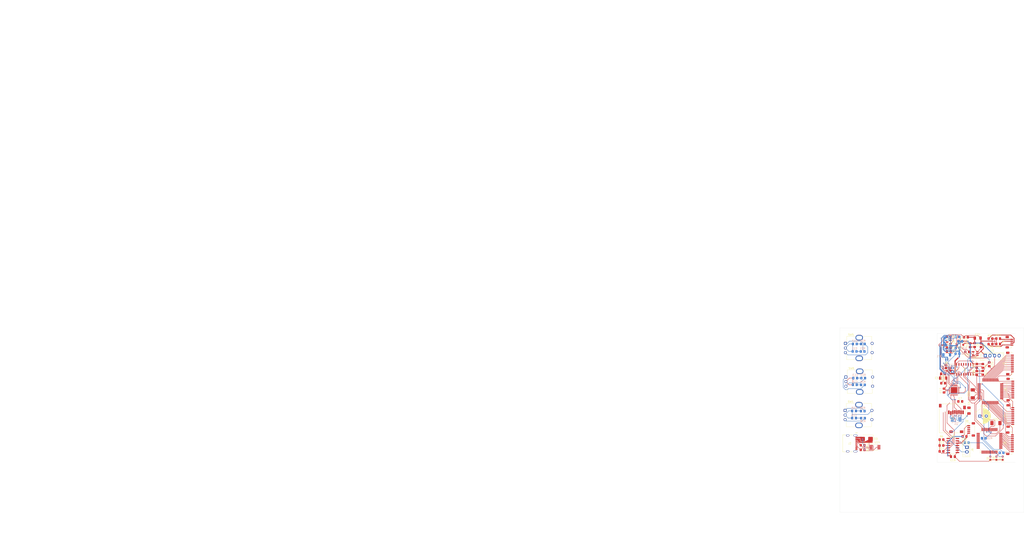
<source format=kicad_pcb>
(kicad_pcb (version 20241229) (generator "pcbnew") (generator_version "9.0")
  (layers (0 "F.Cu" signal) (2 "B.Cu" signal) (13 "F.Paste" user) (15 "B.Paste" user) (5 "F.SilkS" user "F.Silkscreen") (7 "B.SilkS" user "B.Silkscreen") (1 "F.Mask" user) (3 "B.Mask" user) (25 "Edge.Cuts" user))
  (net 0 "")
  (net 1 "+3.3V")
  (net 2 "GND")
  (net 3 "+5V")
  (net 4 "/ROT2A")
  (net 5 "+12V")
  (net 6 "Net-(J12-Pin_2)")
  (net 7 "/ROT3B")
  (net 8 "/ROT3A")
  (net 9 "/ROT1B")
  (net 10 "+170V")
  (net 11 "Net-(D1-A)")
  (net 12 "/ROT1A")
  (net 13 "/SWDIO")
  (net 14 "/SELECT_RET")
  (net 15 "Net-(D4-A)")
  (net 16 "/SD_NSS")
  (net 17 "Net-(U3-Select)")
  (net 18 "Net-(D5-A)")
  (net 20 "/SD_MOSI")
  (net 21 "/SD_MISO")
  (net 22 "/AU_~{SD}")
  (net 26 "Net-(J6-Pin_2)")
  (net 27 "Net-(J6-Pin_1)")
  (net 30 "Net-(BT1-+)")
  (net 31 "+V_CRIT")
  (net 32 "Net-(R23-Pad2)")
  (net 33 "Net-(R26-Pad1)")
  (net 34 "Net-(U1A-DATA_OUT)")
  (net 35 "Net-(U9-~{SD_MODE})")
  (net 36 "Net-(U3-Fin)")
  (net 37 "/HV_~{LE}")
  (net 39 "/CLK")
  (net 40 "/HV_CLK")
  (net 41 "/Din")
  (net 43 "/HV_DIN")
  (net 44 "/SD_SCK")
  (net 45 "/CAP_SCL")
  (net 46 "/CAP_INT")
  (net 47 "Net-(J4-Pin_7)")
  (net 49 "Net-(J9-Pin_2)")
  (net 50 "/AU_DIN")
  (net 51 "/SWCLK")
  (net 52 "Net-(J4-Pin_5)")
  (net 53 "/CAP_SDA")
  (net 54 "/AU_BCLK")
  (net 55 "Net-(J9-Pin_1)")
  (net 56 "/~{RESET}")
  (net 57 "Net-(J9-Pin_3)")
  (net 58 "Net-(J4-Pin_1)")
  (net 59 "Net-(J4-Pin_3)")
  (net 60 "/AU_LRCLK")
  (net 61 "Net-(J1-Pin_7)")
  (net 62 "Net-(J1-Pin_10)")
  (net 63 "Net-(J1-Pin_4)")
  (net 64 "Net-(J1-Pin_5)")
  (net 65 "Net-(J1-Pin_2)")
  (net 66 "Net-(J1-Pin_3)")
  (net 67 "Net-(J1-Pin_8)")
  (net 68 "Net-(J1-Pin_1)")
  (net 69 "Net-(J1-Pin_6)")
  (net 70 "Net-(J1-Pin_9)")
  (net 71 "Net-(J3-Pin_8)")
  (net 72 "Net-(J3-Pin_2)")
  (net 73 "Net-(J3-Pin_4)")
  (net 74 "Net-(J3-Pin_3)")
  (net 75 "Net-(J3-Pin_5)")
  (net 76 "Net-(J3-Pin_7)")
  (net 77 "Net-(J3-Pin_6)")
  (net 78 "Net-(J3-Pin_9)")
  (net 79 "Net-(J3-Pin_10)")
  (net 80 "Net-(J4-Pin_8)")
  (net 81 "Net-(J4-Pin_6)")
  (net 82 "Net-(J3-Pin_1)")
  (net 83 "Net-(J4-Pin_10)")
  (net 84 "Net-(J4-Pin_9)")
  (net 85 "Net-(J5-Pin_5)")
  (net 86 "Net-(J5-Pin_6)")
  (net 99 "Net-(J5-Pin_9)")
  (net 100 "Net-(J5-Pin_10)")
  (net 101 "Net-(J4-Pin_2)")
  (net 102 "Net-(J4-Pin_4)")
  (net 103 "Net-(J5-Pin_1)")
  (net 104 "Net-(J5-Pin_2)")
  (net 105 "Net-(J5-Pin_3)")
  (net 106 "Net-(J5-Pin_4)")
  (net 107 "Net-(J5-Pin_7)")
  (net 108 "Net-(J5-Pin_8)")
  (net 147 "Net-(J9-Pin_4)")
  (net 148 "/~{BL}")
  (net 149 "/~{LE}")
  (net 150 "/HV_~{BL}")
  (net 156 "Net-(R18-Pad2)")
  (net 157 "Net-(R21-Pad1)")
  (net 158 "Net-(R22-Pad2)")
  (net 159 "Net-(R29-Pad1)")
  (net 160 "/FB")
  (net 161 "/SW")
  (net 162 "/CC1")
  (net 163 "/CC2")
  (net 164 "/NCH_SHDN")
  (net 165 "/SP_OUT_N")
  (net 166 "/SP_OUT_P")
  (net 169 "Net-(J12-Pin_1)")
  (net 170 "Net-(J13-Pin_1)")
  (net 171 "Net-(J13-Pin_2)")
  (net 172 "Net-(J11-Pin_2)")
  (net 173 "Net-(J11-Pin_3)")
  (footprint "LED_SMD:LED_0603_1608Metric_Pad1.05x0.95mm_HandSolder" (layer "F.Cu") (at 199.1 109.2 90)
    (property "Reference" "D5")
    (property "Value" "170V+")
  )
  (footprint "Package_DFN_QFN:TQFN-16-1EP_3x3mm_P0.5mm_EP1.23x1.23mm" (layer "F.Cu") (at 171.76 60.26)
    (property "Reference" "U9")
    (property "Value" "MAX98357A")
  )
  (footprint "Capacitor_SMD:C_1808_4520Metric_Pad1.72x2.30mm_HandSolder" (layer "F.Cu") (at 186.25 74.3 90)
    (property "Reference" "C20")
    (property "Value" "0.1uF")
  )
  (footprint "Resistor_SMD:R_0805_2012Metric_Pad1.20x1.40mm_HandSolder" (layer "F.Cu") (at 200.05 47.2)
    (property "Reference" "R25")
    (property "Value" "27k 5%")
  )
  (footprint "Package_DFN_QFN:UFQFPN-32-1EP_5x5mm_P0.5mm_EP3.5x3.5mm" (layer "F.Cu") (at 176.15 72.3875)
    (property "Reference" "U13" (hide yes))
    (property "Value" "STM32G0B1KEU6")
  )
  (footprint "footprints:MEM2061-01-188-00-A_GCT" (layer "F.Cu") (at 175.24 87.528401 180)
    (property "Reference" "J7")
    (property "Value" "Micro_SD_Card_Det1")
  )
  (footprint "Diode_SMD:D_SMB" (layer "F.Cu") (at 128.66425 98.8 180)
    (property "Reference" "D3")
    (property "Value" "SMBJ6.0")
  )
  (footprint "Capacitor_SMD:C_0805_2012Metric_Pad1.18x1.45mm_HandSolder" (layer "F.Cu") (at 179.499999 78.4)
    (property "Reference" "C7")
    (property "Value" "0.1u")
  )
  (footprint "Resistor_SMD:R_0805_2012Metric_Pad1.20x1.40mm_HandSolder" (layer "F.Cu") (at 200.05 44.3)
    (property "Reference" "R27")
    (property "Value" "27k 5%")
  )
  (footprint "Capacitor_SMD:C_1206_3216Metric_Pad1.33x1.80mm_HandSolder" (layer "F.Cu") (at 188.930002 44.005)
    (property "Reference" "C24")
    (property "Value" "10uF")
  )
  (footprint "Capacitor_SMD:C_1206_3216Metric_Pad1.33x1.80mm_HandSolder" (layer "F.Cu") (at 184.199999 83.4 -90)
    (property "Reference" "C6")
    (property "Value" "4.7u")
  )
  (footprint "Capacitor_SMD:C_0805_2012Metric_Pad1.18x1.45mm_HandSolder" (layer "F.Cu") (at 182.55 43.55 180)
    (property "Reference" "C9")
    (property "Value" "1uF")
  )
  (footprint "Resistor_SMD:R_0805_2012Metric_Pad1.20x1.40mm_HandSolder" (layer "F.Cu") (at 190.75 47.85 90)
    (property "Reference" "R17")
    (property "Value" "160k")
  )
  (footprint "Capacitor_SMD:C_0805_2012Metric_Pad1.18x1.45mm_HandSolder" (layer "F.Cu") (at 170.7 72.5 -90)
    (property "Reference" "C17")
    (property "Value" "0.1uF")
  )
  (footprint "Connector_JST:JST_SH_BM10B-SRSS-TB_1x10-1MP_P1.00mm_Vertical" (layer "F.Cu") (at 206.45 57.8 90)
    (property "Reference" "J1")
    (property "Value" "Conn_01x10_Pin")
  )
  (footprint "Package_QFP:PQFP-44_10x10mm_P0.8mm" (layer "F.Cu") (at 195.85 72.9 180)
    (property "Reference" "U1" (hide yes))
    (property "Value" "HV5622PG" (hide yes))
  )
  (footprint "Connector_JST:JST_EH_B4B-EH-A_1x04_P2.50mm_Vertical" (layer "F.Cu") (at 193.1 53.55)
    (property "Reference" "U5")
    (property "Value" "NCH6100HV")
  )
  (footprint "Capacitor_SMD:C_0805_2012Metric_Pad1.18x1.45mm_HandSolder" (layer "F.Cu") (at 173.2375 43.2 180)
    (property "Reference" "C3")
    (property "Value" "4.7uF")
  )
  (footprint "Capacitor_SMD:C_0805_2012Metric_Pad1.18x1.45mm_HandSolder" (layer "F.Cu") (at 187.3 47.8 -90)
    (property "Reference" "C8")
    (property "Value" "27pF")
  )
  (footprint "Capacitor_SMD:C_1808_4520Metric_Pad1.72x2.30mm_HandSolder" (layer "F.Cu") (at 198.85 90.15)
    (property "Reference" "C23")
    (property "Value" "0.1uF")
  )
  (footprint "Inductor_SMD:L_0805_2012Metric_Pad1.05x1.20mm_HandSolder" (layer "F.Cu") (at 178.6 44.3 -90)
    (property "Reference" "L1")
    (property "Value" "10uH")
  )
  (footprint "Resistor_SMD:R_0805_2012Metric_Pad1.20x1.40mm_HandSolder" (layer "F.Cu") (at 169.3 99.13)
    (property "Reference" "R6")
    (property "Value" "10k")
  )
  (footprint "Resistor_SMD:R_0805_2012Metric_Pad1.20x1.40mm_HandSolder" (layer "F.Cu") (at 195.85 44.33 180)
    (property "Reference" "R24")
    (property "Value" "27k 5%")
  )
  (footprint "Capacitor_SMD:C_0805_2012Metric_Pad1.18x1.45mm_HandSolder" (layer "F.Cu") (at 173.25 51.3)
    (property "Reference" "C1")
    (property "Value" "10uF")
  )
  (footprint "Diode_SMD:D_SOD-123" (layer "F.Cu") (at 179.45 47.65 180)
    (property "Reference" "D2")
    (property "Value" "MBR0530")
  )
  (footprint "Capacitor_SMD:C_0805_2012Metric_Pad1.18x1.45mm_HandSolder" (layer "F.Cu") (at 181.8 97.4)
    (property "Reference" "C22")
    (property "Value" "0.1uF")
  )
  (footprint "Package_SO:SOIC-14_3.9x8.7mm_P1.27mm" (layer "F.Cu") (at 175.475 102.34)
    (property "Reference" "U6")
    (property "Value" "CAP1206-x-SL")
  )
  (footprint "Resistor_SMD:R_0805_2012Metric_Pad1.20x1.40mm_HandSolder" (layer "F.Cu") (at 191.72 59.1 -90)
    (property "Reference" "R7")
    (property "Value" "330k")
  )
  (footprint "Connector_JST:JST_SH_BM10B-SRSS-TB_1x10-1MP_P1.00mm_Vertical" (layer "F.Cu") (at 206.45 101.1 90)
    (property "Reference" "J5")
    (property "Value" "Conn_01x10_Pin")
  )
  (footprint "Resistor_SMD:R_0805_2012Metric_Pad1.20x1.40mm_HandSolder" (layer "F.Cu") (at 195.85 47.28 180)
    (property "Reference" "R20")
    (property "Value" "27k 5%")
  )
  (footprint "Resistor_SMD:R_0805_2012Metric_Pad1.20x1.40mm_HandSolder" (layer "F.Cu") (at 126.51425 104.7)
    (property "Reference" "R3")
    (property "Value" "5.1k 1%")
  )
  (footprint "Capacitor_SMD:C_0805_2012Metric_Pad1.18x1.45mm_HandSolder" (layer "F.Cu") (at 195.2 58.25 -90)
    (property "Reference" "C25")
    (property "Value" "0.1uF")
  )
  (footprint "Resistor_SMD:R_0805_2012Metric_Pad1.20x1.40mm_HandSolder" (layer "F.Cu") (at 191.7 62.85 90)
    (property "Reference" "R11")
    (property "Value" "10k")
  )
  (footprint "Connector_JST:JST_SH_BM05B-SRSS-TB_1x05-1MP_P1.00mm_Vertical" (layer "F.Cu") (at 185.4 93.6 -90)
    (property "Reference" "J8")
    (property "Value" "Conn_ARM_JTAG_SWD_10")
  )
  (footprint "Resistor_SMD:R_0805_2012Metric_Pad1.20x1.40mm_HandSolder" (layer "F.Cu") (at 169.3 102.33)
    (property "Reference" "R13")
    (property "Value" "10k")
  )
  (footprint "Capacitor_SMD:C_0805_2012Metric_Pad1.18x1.45mm_HandSolder" (layer "F.Cu") (at 188.42 59.1 90)
    (property "Reference" "C2")
    (property "Value" "0.1uF")
  )
  (footprint "Resistor_SMD:R_0805_2012Metric_Pad1.20x1.40mm_HandSolder" (layer "F.Cu") (at 126.51425 102.15)
    (property "Reference" "R4")
    (property "Value" "5.1k 1%")
  )
  (footprint "LED_SMD:LED_0603_1608Metric_Pad1.05x0.95mm_HandSolder" (layer "F.Cu") (at 195.8 109.2 90)
    (property "Reference" "D1")
    (property "Value" "3.3V+")
  )
  (footprint "Capacitor_THT:CP_Radial_D8.0mm_P3.50mm" (layer "F.Cu") (at 190.097349 86.35)
    (property "Reference" "C26")
    (property "Value" "22uF 300V")
  )
  (footprint "Capacitor_SMD:C_0805_2012Metric_Pad1.18x1.45mm_HandSolder" (layer "F.Cu") (at 188.42 62.9625 90)
    (property "Reference" "C18")
    (property "Value" "0.1uF")
  )
  (footprint "Capacitor_SMD:C_0805_2012Metric_Pad1.18x1.45mm_HandSolder" (layer "F.Cu") (at 173.2375 49.2)
    (property "Reference" "C4")
    (property "Value" "1uF")
  )
  (footprint "Package_TO_SOT_SMD:SOT-23" (layer "F.Cu") (at 173.25 46.15 180)
    (property "Reference" "U8")
    (property "Value" "MCP1700x-330xxTT")
  )
  (footprint "Connector_JST:JST_SH_BM10B-SRSS-TB_1x10-1MP_P1.00mm_Vertical" (layer "F.Cu") (at 206.65 71.95 90)
    (property "Reference" "J3")
    (property "Value" "Conn_01x10_Pin")
  )
  (footprint "LED_SMD:LED_0603_1608Metric_Pad1.05x0.95mm_HandSolder" (layer "F.Cu") (at 202.5 109.2 90)
    (property "Reference" "D4")
    (property "Value" "12V+")
  )
  (footprint "Capacitor_SMD:C_0805_2012Metric_Pad1.18x1.45mm_HandSolder" (layer "F.Cu") (at 170.15 63.45 180)
    (property "Reference" "C21")
    (property "Value" "0.1uF")
  )
  (footprint "Package_QFP:PQFP-44_10x10mm_P0.8mm" (layer "F.Cu") (at 195.35 99.8 90)
    (property "Reference" "U2" (hide yes))
    (property "Value" "HV5622PG" (hide yes))
  )
  (footprint "Resistor_SMD:R_0805_2012Metric_Pad1.20x1.40mm_HandSolder" (layer "F.Cu") (at 184.85 47.9 -90)
    (property "Reference" "R16")
    (property "Value" "1.5M")
  )
  (footprint "footprints:SOIC-16_ONS" (layer "F.Cu") (at 181.945 60.9551 -90)
    (property "Reference" "U3")
    (property "Value" "4504")
  )
  (footprint "Connector_JST:JST_SH_BM10B-SRSS-TB_1x10-1MP_P1.00mm_Vertical" (layer "F.Cu") (at 206.65 86.3 90)
    (property "Reference" "J4")
    (property "Value" "Conn_01x10_Pin")
  )
  (footprint "Resistor_SMD:R_0805_2012Metric_Pad1.20x1.40mm_HandSolder" (layer "F.Cu") (at 170.2 68.5 180)
    (property "Reference" "R12")
    (property "Value" "633k")
  )
  (footprint "Connector_JST:JST_EH_B2B-EH-A_1x02_P2.50mm_Vertical" (layer "F.Cu") (at 183.1 103.3 -90)
    (property "Reference" "J6")
    (property "Value" "Conn_01x02")
  )
  (footprint "footprints:12402012E212A_AMP" (layer "F.Cu") (at 119.51425 101.2 -90)
    (property "Reference" "J2")
    (property "Value" "USB_C_Receptacle_2.0" (hide yes))
  )
  (footprint "Rotary_Encoder:RotaryEncoder_Bourns_Vertical_PEC12R-3x17F-Sxxxx" (layer "F.Cu") (at 117.05 83.3)
    (property "Reference" "SW1")
    (property "Value" "~")
  )
  (footprint "Capacitor_SMD:C_0805_2012Metric_Pad1.18x1.45mm_HandSolder" (layer "F.Cu") (at 183.25 51.5 180)
    (property "Reference" "C10")
    (property "Value" "4.7u")
  )
  (footprint "Connector_JST:JST_SH_BM04B-SRSS-TB_1x04-1MP_P1.00mm_Vertical" (layer "F.Cu") (at 206.15 46.25 90)
    (property "Reference" "J9")
    (property "Value" "NixieIN")
  )
  (footprint "Package_TO_SOT_SMD:SOT-23-5" (layer "F.Cu") (at 187.65 52.4 180)
    (property "Reference" "U11")
    (property "Value" "TPS61040DBV")
  )
  (footprint "Resistor_SMD:R_0805_2012Metric_Pad1.20x1.40mm_HandSolder" (layer "F.Cu") (at 169.3 105.53)
    (property "Reference" "R14")
    (property "Value" "10k")
  )
  (footprint "Rotary_Encoder:RotaryEncoder_Bourns_Vertical_PEC12R-3x17F-Sxxxx" (layer "F.Cu") (at 117.45 65.15)
    (property "Reference" "SW6")
    (property "Value" "~")
  )
  (footprint "Rotary_Encoder:RotaryEncoder_Bourns_Vertical_PEC12R-3x17F-Sxxxx" (layer "F.Cu") (at 117.2 46.9)
    (property "Reference" "SW5")
    (property "Value" "~")
  )
  (footprint "Capacitor_SMD:C_1206_3216Metric_Pad1.33x1.80mm_HandSolder" (layer "F.Cu") (at 170.1875 65.75 180)
    (property "Reference" "C5")
    (property "Value" "22uF")
  )
  (footprint "Capacitor_SMD:C_0805_2012Metric_Pad1.18x1.45mm_HandSolder" (layer "F.Cu") (at 175.5 108.4)
    (property "Reference" "C19")
    (property "Value" "0.1uF")
  )
  (footprint "Package_SO:MSOP-10_3x3mm_P0.5mm" (layer "F.Cu") (at 133.26425 103.25)
    (property "Reference" "U14")
    (property "Value" "CM1224-04MR")
  )
  (footprint "Capacitor_SMD:C_0805_2012Metric_Pad1.18x1.45mm_HandSolder" (layer "B.Cu") (at 122.50625 65.75 180)
    (property "Reference" "C13")
    (property "Value" "0.01uF")
  )
  (footprint "Resistor_SMD:R_0805_2012Metric_Pad1.20x1.40mm_HandSolder" (layer "B.Cu") (at 192.25 98.4)
    (property "Reference" "R15")
    (property "Value" "670 20%")
  )
  (footprint "Resistor_SMD:R_0805_2012Metric_Pad1.20x1.40mm_HandSolder" (layer "B.Cu") (at 126.85625 65.75)
    (property "Reference" "R23")
    (property "Value" "10k")
  )
  (footprint "Package_TO_SOT_SMD:SC-74A-5_1.55x2.9mm_P0.95mm" (layer "B.Cu") (at 172.85 44.325 180)
    (property "Reference" "U7")
    (property "Value" "NID1100")
  )
  (footprint "Resistor_SMD:R_0805_2012Metric_Pad1.20x1.40mm_HandSolder" (layer "B.Cu") (at 126.6 83.645 180)
    (property "Reference" "R29")
    (property "Value" "10k")
  )
  (footprint "Capacitor_SMD:C_0805_2012Metric_Pad1.18x1.45mm_HandSolder" (layer "B.Cu") (at 121.9 87.445 180)
    (property "Reference" "C15")
    (property "Value" "0.01uF")
  )
  (footprint "Capacitor_SMD:C_0805_2012Metric_Pad1.18x1.45mm_HandSolder" (layer "B.Cu") (at 122.175 51.25 180)
    (property "Reference" "C11")
    (property "Value" "0.01uF")
  )
  (footprint "Connector_JST:JST_PH_B2B-PH-K_1x02_P2.00mm_Vertical" (layer "B.Cu") (at 175.3 62.25 90)
    (property "Reference" "LS1")
    (property "Value" "Speaker")
  )
  (footprint "Connector_JST:JST_SH_BM02B-SRSS-TB_1x02-1MP_P1.00mm_Vertical" (layer "B.Cu") (at 172.15 54.3 180)
    (property "Reference" "BT1")
    (property "Value" "Battery_Cell")
  )
  (footprint "Resistor_SMD:R_0805_2012Metric_Pad1.20x1.40mm_HandSolder" (layer "B.Cu") (at 126.6625 47.2)
    (property "Reference" "R22")
    (property "Value" "10k")
  )
  (footprint "Capacitor_SMD:C_0805_2012Metric_Pad1.18x1.45mm_HandSolder" (layer "B.Cu") (at 122.3 69.35 180)
    (property "Reference" "C14")
    (property "Value" "0.01uF")
  )
  (footprint "Capacitor_SMD:C_0805_2012Metric_Pad1.18x1.45mm_HandSolder" (layer "B.Cu") (at 177.98 43.43 180)
    (property "Reference" "C27")
    (property "Value" "0.1u")
  )
  (footprint "Resistor_SMD:R_0805_2012Metric_Pad1.20x1.40mm_HandSolder" (layer "B.Cu") (at 126.737498 87.5)
    (property "Reference" "R18")
    (property "Value" "10k")
  )
  (footprint "Resistor_SMD:R_0805_2012Metric_Pad1.20x1.40mm_HandSolder" (layer "B.Cu") (at 126.7 69.4 180)
    (property "Reference" "R26")
    (property "Value" "10k")
  )
  (footprint "Capacitor_SMD:C_0805_2012Metric_Pad1.18x1.45mm_HandSolder" (layer "B.Cu") (at 177.98 49.45 180)
    (property "Reference" "C29")
    (property "Value" "0.33u")
  )
  (footprint "Package_SO:MSOP-10_3x3mm_P0.5mm" (layer "B.Cu") (at 177.299999 88.2)
    (property "Reference" "U4")
    (property "Value" "CM1224-04MR")
  )
  (footprint "Capacitor_SMD:C_0805_2012Metric_Pad1.18x1.45mm_HandSolder" (layer "B.Cu") (at 177.98 52.46 180)
    (property "Reference" "C30")
    (property "Value" "0.33u")
  )
  (footprint "Resistor_SMD:R_0805_2012Metric_Pad1.20x1.40mm_HandSolder" (layer "B.Cu") (at 126.5375 51.3 180)
    (property "Reference" "R21")
    (property "Value" "10k")
  )
  (footprint "Resistor_SMD:R_0805_2012Metric_Pad1.20x1.40mm_HandSolder" (layer "B.Cu") (at 201.9 106.3)
    (property "Reference" "R19")
    (property "Value" "11200 20%")
  )
  (footprint "Package_TO_SOT_SMD:SC-74A-5_1.55x2.9mm_P0.95mm" (layer "B.Cu") (at 172.85 48.95 180)
    (property "Reference" "U10")
    (property "Value" "NID1100")
  )
  (footprint "Capacitor_SMD:C_0805_2012Metric_Pad1.18x1.45mm_HandSolder" (layer "B.Cu") (at 179.4875 45.8 180)
    (property "Reference" "C28")
    (property "Value" "0.1u")
  )
  (footprint "Capacitor_SMD:C_0805_2012Metric_Pad1.18x1.45mm_HandSolder" (layer "B.Cu") (at 121.9 83.545 180)
    (property "Reference" "C16")
    (property "Value" "0.01uF")
  )
  (footprint "Resistor_SMD:R_0805_2012Metric_Pad1.20x1.40mm_HandSolder" (layer "B.Cu") (at 183 100.8 180)
    (property "Reference" "R5")
    (property "Value" "86 20%")
  )
  (footprint "Capacitor_SMD:C_0805_2012Metric_Pad1.18x1.45mm_HandSolder" (layer "B.Cu") (at 122.3 47.2 180)
    (property "Reference" "C12")
    (property "Value" "0.01uF")
  )
  (gr_line (start 166.955002 41.405) (end 166.955002 111.405) (stroke (width 0.05)) (layer "Edge.Cuts"))
  (gr_rect (start 114.0415 38.568502) (end 214.0415 138.568502) (stroke (width 0.05)) (fill no) (layer "Edge.Cuts"))
  (gr_line (start 209.455002 41.405) (end 166.955002 41.405) (stroke (width 0.05)) (layer "Edge.Cuts"))
  (gr_line (start 166.955002 111.45) (end 209.45 111.45) (stroke (width 0.05)) (layer "Edge.Cuts"))
  (segment (start 186.5775 58.0625) (end 186.39 58.25) (width 0.2) (layer "F.Cu") (net 1))
  (segment (start 184.4 61.5) (end 184.15 61.5) (width 0.2) (layer "F.Cu") (net 1))
  (segment (start 186.39 59.51) (end 184.4 61.5) (width 0.2) (layer "F.Cu") (net 1))
  (segment (start 186.39 58.25) (end 186.39 59.51) (width 0.2) (layer "F.Cu") (net 1))
  (segment (start 183.2 91.6) (end 184.075 91.6) (width 0.2) (layer "F.Cu") (net 1))
  (segment (start 176.6 85.999999) (end 176.6 84.1) (width 0.2) (layer "F.Cu") (net 1))
  (segment (start 174.4625 107.6125) (end 173.775 106.925) (width 0.2) (layer "F.Cu") (net 1))
  (segment (start 186.39 57.7674) (end 186.39 58.25) (width 0.2) (layer "F.Cu") (net 1))
  (segment (start 174.1875 43.2875) (end 174.275 43.2) (width 0.2) (layer "F.Cu") (net 1))
  (segment (start 172.7 106.45) (end 173 106.15) (width 0.4) (layer "F.Cu") (net 1))
  (segment (start 172.619 106.531) (end 173 106.15) (width 0.2) (layer "F.Cu") (net 1))
  (segment (start 168.3 105.53) (end 169.301 106.531) (width 0.2) (layer "F.Cu") (net 1))
  (segment (start 180.7625 97.4) (end 181.7 96.4625) (width 0.2) (layer "F.Cu") (net 1))
  (segment (start 185.687064 57.064464) (end 186.39 57.7674) (width 0.5) (layer "F.Cu") (net 1))
  (segment (start 181.7 96.4625) (end 181.7 93.1) (width 0.2) (layer "F.Cu") (net 1))
  (segment (start 188.42 58.0625) (end 186.5775 58.0625) (width 0.3) (layer "F.Cu") (net 1))
  (segment (start 169.301 106.531) (end 171.9 106.531) (width 0.2) (layer "F.Cu") (net 1))
  (segment (start 181.7 93.1) (end 183.2 91.6) (width 0.2) (layer "F.Cu") (net 1))
  (segment (start 183.45 45.75) (end 180.5 45.75) (width 0.5) (layer "F.Cu") (net 1))
  (segment (start 176.399999 86.2) (end 176.6 85.999999) (width 0.2) (layer "F.Cu") (net 1))
  (segment (start 172.7 107.9) (end 173.9625 107.9) (width 0.4) (layer "F.Cu") (net 1))
  (segment (start 168.3 102.33) (end 168.3 99.13) (width 0.2) (layer "F.Cu") (net 1))
  (segment (start 188.42 58.0625) (end 191.6825 58.0625) (width 0.3) (layer "F.Cu") (net 1))
  (segment (start 172.7 107.9) (end 172.7 106.45) (width 0.4) (layer "F.Cu") (net 1))
  (segment (start 174.4625 108.4) (end 174.4625 107.6125) (width 0.2) (layer "F.Cu") (net 1))
  (segment (start 168.3 105.53) (end 168.3 102.33) (width 0.2) (layer "F.Cu") (net 1))
  (segment (start 173.775 106.925) (end 173 106.15) (width 0.2) (layer "F.Cu") (net 1))
  (segment (start 174.1875 46.15) (end 174.1875 45.2) (width 0.5) (layer "F.Cu") (net 1))
  (segment (start 171.9 106.531) (end 172.619 106.531) (width 0.2) (layer "F.Cu") (net 1))
  (segment (start 180.5 45.75) (end 180.45 45.8) (width 0.2) (layer "F.Cu") (net 1))
  (segment (start 173.9625 107.9) (end 174.4625 108.4) (width 0.4) (layer "F.Cu") (net 1))
  (segment (start 191.6825 58.0625) (end 191.72 58.1) (width 0.2) (layer "F.Cu") (net 1))
  (segment (start 174.1875 45.2) (end 174.1875 43.2875) (width 0.5) (layer "F.Cu") (net 1))
  (via (at 180.7625 97.4) (size 0.6) (drill 0.3) (layers "F.Cu" "B.Cu") (net 1))
  (via (at 176.399999 86.2) (size 0.6) (drill 0.3) (layers "F.Cu" "B.Cu") (net 1))
  (via (at 185.687064 57.064464) (size 0.6) (drill 0.3) (layers "F.Cu" "B.Cu") (net 1))
  (via (at 172.7 107.9) (size 0.6) (drill 0.3) (layers "F.Cu" "B.Cu") (net 1))
  (via (at 183.45 45.75) (size 0.6) (drill 0.3) (layers "F.Cu" "B.Cu") (net 1))
  (via (at 174.1875 46.15) (size 0.6) (drill 0.3) (layers "F.Cu" "B.Cu") (net 1))
  (via (at 180.45 45.8) (size 0.6) (drill 0.3) (layers "F.Cu" "B.Cu") (net 1))
  (via (at 184.15 61.5) (size 0.6) (drill 0.3) (layers "F.Cu" "B.Cu") (net 1))
  (segment (start 182 100.8) (end 182 98.6375) (width 0.2) (layer "B.Cu") (net 1))
  (segment (start 176.051847 88.2) (end 176.399999 87.851848) (width 0.2) (layer "B.Cu") (net 1))
  (segment (start 182 98.6375) (end 180.7625 97.4) (width 0.2) (layer "B.Cu") (net 1))
  (segment (start 176.399999 87.851848) (end 176.399999 86.2) (width 0.2) (layer "B.Cu") (net 1))
  (segment (start 185.1645 56.6) (end 184.901 56.3365) (width 0.5) (layer "B.Cu") (net 1))
  (segment (start 174.1875 46.15) (end 174.1875 47.8125) (width 0.5) (layer "B.Cu") (net 1))
  (segment (start 175.127 48.424) (end 175.401 48.15) (width 0.5) (layer "B.Cu") (net 1))
  (segment (start 184.901 56.3365) (end 184.901 47.201) (width 0.5) (layer "B.Cu") (net 1))
  (segment (start 175.101 48.45) (end 175.127 48.424) (width 0.2) (layer "B.Cu") (net 1))
  (segment (start 185.687064 57.064464) (end 185.2226 56.6) (width 0.5) (layer "B.Cu") (net 1))
  (segment (start 180.7625 97.4) (end 175.8 97.4) (width 0.4) (layer "B.Cu") (net 1))
  (segment (start 179.7 45.8) (end 180.15 45.8) (width 0.5) (layer "B.Cu") (net 1))
  (segment (start 172.7 100.5) (end 172.7 107.9) (width 0.4) (layer "B.Cu") (net 1))
  (segment (start 175.101 49.290968) (end 175.101 48.45) (width 0.2) (layer "B.Cu") (net 1))
  (segment (start 180.15 45.8) (end 180.45 45.8) (width 0.2) (layer "B.Cu") (net 1))
  (segment (start 179.4885 46.0115) (end 179.7 45.8) (width 0.5) (layer "B.Cu") (net 1))
  (segment (start 175.101 48.45) (end 175.101 48.301001) (width 0.2) (layer "B.Cu") (net 1))
  (segment (start 177.35 48.15) (end 178.524 46.976) (width 0.5) (layer "B.Cu") (net 1))
  (segment (start 179.4885 46.572292) (end 179.4885 46.0115) (width 0.5) (layer "B.Cu") (net 1))
  (segment (start 174.491968 49.9) (end 175.101 49.290968) (width 0.2) (layer "B.Cu") (net 1))
  (segment (start 185.2226 56.6) (end 185.1645 56.6) (width 0.5) (layer "B.Cu") (net 1))
  (segment (start 180.45 45.8) (end 180.525 45.8) (width 0.2) (layer "B.Cu") (net 1))
  (segment (start 174 49.9) (end 174.491968 49.9) (width 0.2) (layer "B.Cu") (net 1))
  (segment (start 174.799999 48) (end 174 48) (width 0.2) (layer "B.Cu") (net 1))
  (segment (start 175.101 48.301001) (end 174.799999 48) (width 0.5) (layer "B.Cu") (net 1))
  (segment (start 179.084792 46.976) (end 179.4885 46.572292) (width 0.5) (layer "B.Cu") (net 1))
  (segment (start 174.1875 47.8125) (end 174 48) (width 0.2) (layer "B.Cu") (net 1))
  (segment (start 178.524 46.976) (end 179.084792 46.976) (width 0.5) (layer "B.Cu") (net 1))
  (segment (start 184.901 47.201) (end 183.45 45.75) (width 0.5) (layer "B.Cu") (net 1))
  (segment (start 175.187499 88.2) (end 176.051847 88.2) (width 0.2) (layer "B.Cu") (net 1))
  (segment (start 175.8 97.4) (end 172.7 100.5) (width 0.4) (layer "B.Cu") (net 1))
  (segment (start 175.401 48.15) (end 177.35 48.15) (width 0.5) (layer "B.Cu") (net 1))
  (segment (start 174.275 49.2) (end 174.275 51.2875) (width 0.2) (layer "F.Cu") (net 2))
  (segment (start 199.02 47.28) (end 199.05 47.25) (width 0.2) (layer "F.Cu") (net 2))
  (segment (start 184.6635 53.951) (end 187.215968 53.951) (width 0.2) (layer "F.Cu") (net 2))
  (segment (start 176.95 42.174) (end 180.1365 42.174) (width 0.2) (layer "F.Cu") (net 2))
  (segment (start 190.65 46.75) (end 190.65 45.75) (width 0.4) (layer "F.Cu") (net 2))
  (segment (start 186.25 72.1375) (end 187.8125 73.7) (width 0.2) (layer "F.Cu") (net 2))
  (segment (start 172.2 43.25) (end 167.85 47.6) (width 0.2) (layer "F.Cu") (net 2))
  (segment (start 187.8125 73.7) (end 189.725 73.7) (width 0.2) (layer "F.Cu") (net 2))
  (segment (start 134.083198 103.25) (end 132.206198 105.127) (width 0.2) (layer "F.Cu") (net 2))
  (segment (start 171.51 60.01) (end 171.76 60.26) (width 0.2) (layer "F.Cu") (net 2))
  (segment (start 123.18455 97.999999) (end 125.714249 97.999999) (width 0.7) (layer "F.Cu") (net 2))
  (segment (start 182.2125 51.5) (end 184.6635 53.951) (width 0.2) (layer "F.Cu") (net 2))
  (segment (start 121.46875 65.75) (end 119.35 65.75) (width 0.2) (layer "F.Cu") (net 2))
  (segment (start 173.1975 60.01) (end 173.84 60.01) (width 0.2) (layer "F.Cu") (net 2))
  (segment (start 172.2 43.2) (end 173.226 42.174) (width 0.2) (layer "F.Cu") (net 2))
  (segment (start 125.714249 97.999999) (end 126.51425 98.8) (width 0.2) (layer "F.Cu") (net 2))
  (segment (start 197.95 47.23) (end 197.9 47.28) (width 0.2) (layer "F.Cu") (net 2))
  (segment (start 195.8 110.075) (end 199.1 110.075) (width 0.2) (layer "F.Cu") (net 2))
  (segment (start 176.9425 43.43) (end 176.9425 42.1815) (width 0.2) (layer "F.Cu") (net 2))
  (segment (start 171.51 58.8225) (end 171.51 60.01) (width 0.2) (layer "F.Cu") (net 2))
  (segment (start 197.95 44.3) (end 196.88 44.3) (width 0.2) (layer "F.Cu") (net 2))
  (segment (start 177.95 101.07) (end 179.8925 101.07) (width 0.4) (layer "F.Cu") (net 2))
  (segment (start 182.8375 97.4) (end 182.8375 96.8375) (width 0.2) (layer "F.Cu") (net 2))
  (segment (start 188.401 52.4) (end 188.7875 52.4) (width 0.2) (layer "F.Cu") (net 2))
  (segment (start 172.01 60.01) (end 171.76 60.26) (width 0.2) (layer "F.Cu") (net 2))
  (segment (start 174.1875 47.1) (end 174.1875 47.2) (width 0.2) (layer "F.Cu") (net 2))
  (segment (start 119.15 69.35) (end 117.45 67.65) (width 0.2) (layer "F.Cu") (net 2))
  (segment (start 186.363464 56.463464) (end 186.75 56.85) (width 0.2) (layer "F.Cu") (net 2))
  (segment (start 174.275 48.95) (end 174.275 49.2) (width 0.2) (layer "F.Cu") (net 2))
  (segment (start 177.5 58.25) (end 177.5 57.7674) (width 0.2) (layer "F.Cu") (net 2))
  (segment (start 193.1 53.55) (end 190.699999 51.149999) (width 0.4) (layer "F.Cu") (net 2))
  (segment (start 167.85 47.6) (end 167.85 48.099971) (width 0.2) (layer "F.Cu") (net 2))
  (segment (start 192 49.849998) (end 192 48.1) (width 0.4) (layer "F.Cu") (net 2))
  (segment (start 183.2 85.962499) (end 184.199999 84.9625) (width 0.2) (layer "F.Cu") (net 2))
  (segment (start 168.95 49.199971) (end 168.95 59.565798) (width 0.2) (layer "F.Cu") (net 2))
  (segment (start 197.95 45.7) (end 197.95 45.8) (width 0.2) (layer "F.Cu") (net 2))
  (segment (start 179.8925 101.07) (end 182.8375 98.125) (width 0.4) (layer "F.Cu") (net 2))
  (segment (start 196.88 44.3) (end 196.85 44.33) (width 0.2) (layer "F.Cu") (net 2))
  (segment (start 168.95 59.565798) (end 169.894202 60.51) (width 0.2) (layer "F.Cu") (net 2))
  (segment (start 201.0125 90.15) (end 201.0125 93.8875) (width 0.2) (layer "F.Cu") (net 2))
  (segment (start 201.0125 93.8875) (end 198.9 96) (width 0.2) (layer "F.Cu") (net 2))
  (segment (start 174.1875 47.1) (end 175.6 45.6875) (width 0.2) (layer "F.Cu") (net 2))
  (segment (start 196.85 47.28) (end 196.85 45.8) (width 0.2) (layer "F.Cu") (net 2))
  (segment (start 127.94125 105.127) (end 127.51425 104.7) (width 0.2) (layer "F.Cu") (net 2))
  (segment (start 177.5 59.65) (end 177.7 59.85) (width 0.2) (layer "F.Cu") (net 2))
  (segment (start 181.5125 43.55) (end 182.5385 42.524) (width 0.2) (layer "F.Cu") (net 2))
  (segment (start 190.75 45.65) (end 190.65 45.55) (width 0.2) (layer "F.Cu") (net 2))
  (segment (start 169.1125 61.291702) (end 169.894202 60.51) (width 0.2) (layer "F.Cu") (net 2))
  (segment (start 190.65 45.75) (end 190.75 45.65) (width 0.2) (layer "F.Cu") (net 2))
  (segment (start 167.85 48.099971) (end 168.95 49.199971) (width 0.2) (layer "F.Cu") (net 2))
  (segment (start 187.476 53.690968) (end 187.476 53.325) (width 0.2) (layer "F.Cu") (net 2))
  (segment (start 183.2 86.3) (end 183.2 85.962499) (width 0.2) (layer "F.Cu") (net 2))
  (segment (start 189.449999 52.4) (end 190.699999 51.149999) (width 0.3) (layer "F.Cu") (net 2))
  (segment (start 199.05 47.25) (end 199.05 45.75) (width 0.2) (layer "F.Cu") (net 2))
  (segment (start 196.85 47.28) (end 197.9 47.28) (width 0.2) (layer "F.Cu") (net 2))
  (segment (start 169.1125 63.45) (end 169.1125 61.291702) (width 0.2) (layer "F.Cu") (net 2))
  (segment (start 196.176056 96) (end 194.55 94.373944) (width 0.2) (layer "F.Cu") (net 2))
  (segment (start 175.6 45.6875) (end 175.6 42.174) (width 0.2) (layer "F.Cu") (net 2))
  (segment (start 182.8375 96.8375) (end 184.075 95.6) (width 0.2) (layer "F.Cu") (net 2))
  (segment (start 195.8 110.075) (end 195.026 110.849) (width 0.2) (layer "F.Cu") (net 2))
  (segment (start 177.5 57.7674) (end 178.803936 56.463464) (width 0.2) (layer "F.Cu") (net 2))
  (segment (start 171.51 58.8225) (end 171.51 57.71) (width 0.2) (layer "F.Cu") (net 2))
  (segment (start 192 48.1) (end 190.75 46.85) (width 0.4) (layer "F.Cu") (net 2))
  (segment (start 198.9 96) (end 196.176056 96) (width 0.2) (layer "F.Cu") (net 2))
  (segment (start 173.1975 60.01) (end 172.01 60.01) (width 0.2) (layer "F.Cu") (net 2))
  (segment (start 121.2625 69.35) (end 119.15 69.35) (width 0.2) (layer "F.Cu") (net 2))
  (segment (start 187.215968 53.951) (end 187.476 53.690968) (width 0.2) (layer "F.Cu") (net 2))
  (segment (start 135.37675 103.25) (end 134.083198 103.25) (width 0.2) (layer "F.Cu") (net 2))
  (segment (start 171.51 60.51) (end 171.76 60.26) (width 0.2) (layer "F.Cu") (net 2))
  (segment (start 171.6 72.6375) (end 173.7125 72.6375) (width 0.2) (layer "F.Cu") (net 2))
  (segment (start 176.5375 107.5625) (end 177.95 106.15) (width 0.2) (layer "F.Cu") (net 2))
  (segment (start 174.1875 47.2) (end 174.275 47.2875) (width 0.2) (layer "F.Cu") (net 2))
  (segment (start 173.1975 60.01) (end 173.64 60.01) (width 0.2) (layer "F.Cu") (net 2))
  (segment (start 190.65 44.162498) (end 190.492502 44.005) (width 0.2) (layer "F.Cu") (net 2))
  (segment (start 174.275 47.2875) (end 174.275 48.95) (width 0.2) (layer "F.Cu") (net 2))
  (segment (start 191.7 61.85) (end 192.721 60.829) (width 0.2) (layer "F.Cu") (net 2))
  (segment (start 198 45.75) (end 197.95 45.7) (width 0.2) (layer "F.Cu") (net 2))
  (segment (start 197.9 47.28) (end 199.02 47.28) (width 0.2) (layer "F.Cu") (net 2))
  (segment (start 188.7875 52.4) (end 189.449999 52.4) (width 0.2) (layer "F.Cu") (net 2))
  (segment (start 195.026 110.849) (end 178.9865 110.849) (width 0.2) (layer "F.Cu") (net 2))
  (segment (start 121.2625 65.95625) (end 121.46875 65.75) (width 0.2) (layer "F.Cu") (net 2))
  (segment (start 199.05 44.3) (end 197.95 44.3) (width 0.2) (layer "F.Cu") (net 2))
  (segment (start 188.42 60.1375) (end 188.42 61.925) (width 0.3) (layer "F.Cu") (net 2))
  (segment (start 119.35 65.75) (end 117.45 67.65) (width 0.2) (layer "F.Cu") (net 2))
  (segment (start 199.1 110.075) (end 202.5 110.075) (width 0.2) (layer "F.Cu") (net 2))
  (segment (start 178.9865 110.849) (end 176.5375 108.4) (width 0.2) (layer "F.Cu") (net 2))
  (segment (start 177.95 102.34) (end 177.95 101.07) (width 0.2) (layer "F.Cu") (net 2))
  (segment (start 172.2 43.2) (end 172.2 43.25) (width 0.2) (layer "F.Cu") (net 2))
  (segment (start 189.011502 42.524) (end 190.492502 44.005) (width 0.2) (layer "F.Cu") (net 2))
  (segment (start 178.799999 86.2) (end 178.8 84.1) (width 0.2) (layer "F.Cu") (net 2))
  (segment (start 180.1365 42.174) (end 181.5125 43.55) (width 0.2) (layer "F.Cu") (net 2))
  (segment (start 170.3225 60.51) (end 169.894202 60.51) (width 0.2) (layer "F.Cu") (net 2))
  (segment (start 176.9425 42.1815) (end 176.95 42.174) (width 0.2) (layer "F.Cu") (net 2))
  (segment (start 177.5 58.25) (end 177.5 59.65) (width 0.2) (layer "F.Cu") (net 2))
  (segment (start 177.95 103.61) (end 177.95 102.34) (width 0.2) (layer "F.Cu") (net 2))
  (segment (start 196.75 45.65) (end 196.9 45.8) (width 0.2) (layer "F.Cu") (net 2))
  (segment (start 197.95 44.3) (end 197.95 45.7) (width 0.2) (layer "F.Cu") (net 2))
  (segment (start 170.3225 60.51) (end 171.51 60.51) (width 0.2) (layer "F.Cu") (net 2))
  (segment (start 171.51 57.71) (end 171.5 57.7) (width 0.2) (layer "F.Cu") (net 2))
  (segment (start 187.476 53.325) (end 188.401 52.4) (width 0.2) (layer "F.Cu") (net 2))
  (segment (start 173.84 60.01) (end 174.85 59) (width 0.2) (layer "F.Cu") (net 2))
  (segment (start 178.803936 56.463464) (end 186.363464 56.463464) (width 0.2) (layer "F.Cu") (net 2))
  (segment (start 177.95 104.88) (end 177.95 103.61) (width 0.2) (layer "F.Cu") (net 2))
  (segment (start 196.9 45.8) (end 197.95 45.8) (width 0.2) (layer "F.Cu") (net 2))
  (segment (start 175.6 42.174) (end 176.95 42.174) (width 0.2) (layer "F.Cu") (net 2))
  (segment (start 121.2625 69.35) (end 121.2625 65.95625) (width 0.2) (layer "F.Cu") (net 2))
  (segment (start 168.625 65.75) (end 168.625 63.9375) (width 0.2) (layer "F.Cu") (net 2))
  (segment (start 194.55 94.373944) (end 194.55 93.675) (width 0.2) (layer "F.Cu") (net 2))
  (segment (start 176.5375 108.4) (end 176.5375 107.5625) (width 0.2) (layer "F.Cu") (net 2))
  (segment (start 190.699999 51.149999) (end 192 49.849998) (width 0.4) (layer "F.Cu") (net 2))
  (segment (start 170.7 73.5375) (end 171.6 72.6375) (width 0.2) (layer "F.Cu") (net 2))
  (segment (start 199.05 45.75) (end 198 45.75) (width 0.2) (layer "F.Cu") (net 2))
  (segment (start 196.85 45.8) (end 196.9 45.8) (width 0.2) (layer "F.Cu") (net 2))
  (segment (start 182.8375 98.125) (end 182.8375 97.4) (width 0.2) (layer "F.Cu") (net 2))
  (segment (start 168.625 63.9375) (end 169.1125 63.45) (width 0.2) (layer "F.Cu") (net 2))
  (segment (start 192.721 60.829) (end 192.721 59.6915) (width 0.2) (layer "F.Cu") (net 2))
  (segment (start 173.226 42.174) (end 175.6 42.174) (width 0.2) (layer "F.Cu") (net 2))
  (segment (start 192.721 59.6915) (end 195.2 57.2125) (width 0.2) (layer "F.Cu") (net 2))
  (segment (start 182.5385 42.524) (end 189.011502 42.524) (width 0.2) (layer "F.Cu") (net 2))
  (segment (start 190.65 45.55) (end 190.65 44.162498) (width 0.4) (layer "F.Cu") (net 2))
  (segment (start 190.75 46.85) (end 190.65 46.75) (width 0.2) (layer "F.Cu") (net 2))
  (segment (start 190.75 45.65) (end 196.75 45.65) (width 0.4) (layer "F.Cu") (net 2))
  (segment (start 132.206198 105.127) (end 127.94125 105.127) (width 0.2) (layer "F.Cu") (net 2))
  (segment (start 177.95 106.15) (end 177.95 104.88) (width 0.2) (layer "F.Cu") (net 2))
  (segment (start 197.95 45.8) (end 197.95 47.23) (width 0.2) (layer "F.Cu") (net 2))
  (segment (start 188.42 61.925) (end 191.28116 61.925) (width 0.3) (layer "F.Cu") (net 2))
  (segment (start 196.85 45.8) (end 196.85 44.33) (width 0.2) (layer "F.Cu") (net 2))
  (segment (start 199.05 45.75) (end 199.05 44.3) (width 0.2) (layer "F.Cu") (net 2))
  (segment (start 174.275 51.2875) (end 174.2875 51.3) (width 0.2) (layer "F.Cu") (net 2))
  (via (at 121.2625 69.35) (size 0.6) (drill 0.3) (layers "F.Cu" "B.Cu") (net 2))
  (via (at 178.799999 86.2) (size 0.6) (drill 0.3) (layers "F.Cu" "B.Cu") (net 2))
  (via (at 174.85 59) (size 0.6) (drill 0.3) (layers "F.Cu" "B.Cu") (net 2))
  (via (at 171.51 57.71) (size 0.6) (drill 0.3) (layers "F.Cu" "B.Cu") (net 2))
  (via (at 177.7 59.85) (size 0.6) (drill 0.3) (layers "F.Cu" "B.Cu") (net 2))
  (via (at 127.51425 104.7) (size 0.6) (drill 0.3) (layers "F.Cu" "B.Cu") (net 2))
  (via (at 176.9425 43.43) (size 0.6) (drill 0.3) (layers "F.Cu" "B.Cu") (net 2))
  (via (at 183.2 86.3) (size 0.6) (drill 0.3) (layers "F.Cu" "B.Cu") (net 2))
  (via (at 182.2125 51.5) (size 0.6) (drill 0.3) (layers "F.Cu" "B.Cu") (net 2))
  (via (at 195.2 57.2125) (size 0.6) (drill 0.3) (layers "F.Cu" "B.Cu") (net 2))
  (via (at 174.489999 94.850002) (size 0.6) (drill 0.3) (layers "F.Cu" "B.Cu") (net 2))
  (via (at 121.46875 65.75) (size 0.6) (drill 0.3) (layers "F.Cu" "B.Cu") (net 2))
  (via (at 174.275 48.95) (size 0.6) (drill 0.3) (layers "F.Cu" "B.Cu") (net 2))
  (via (at 126.51425 98.8) (size 0.6) (drill 0.3) (layers "F.Cu" "B.Cu") (net 2))
  (via (at 127.51425 102.15) (size 0.6) (drill 0.3) (layers "F.Cu" "B.Cu") (net 2))
  (segment (start 126.51425 98.8) (end 126.51425 101.15) (width 0.2) (layer "B.Cu") (net 2))
  (segment (start 129.35 85.5) (end 131.55 83.3) (width 0.2) (layer "B.Cu") (net 2))
  (segment (start 172.899 50.240968) (end 173.159032 50.501) (width 0.2) (layer "B.Cu") (net 2))
  (segment (start 173.159032 50.501) (end 175.8915 50.501) (width 0.2) (layer "B.Cu") (net 2))
  (segment (start 176.9425 52.46) (end 176.9425 52.9575) (width 0.2) (layer "B.Cu") (net 2))
  (segment (start 174.489999 94.850002) (end 175.591699 94.850002) (width 0.2) (layer "B.Cu") (net 2))
  (segment (start 174.85 59) (end 176.85 59) (width 0.2) (layer "B.Cu") (net 2))
  (segment (start 120.8625 83.545) (end 120.8625 85.5) (width 0.2) (layer "B.Cu") (net 2))
  (segment (start 195.2 57.2125) (end 195.2 55.65) (width 0.2) (layer "B.Cu") (net 2))
  (segment (start 175.591699 94.850002) (end 181 89.441701) (width 0.2) (layer "B.Cu") (net 2))
  (segment (start 119.05 51.25) (end 117.2 49.4) (width 0.2) (layer "B.Cu") (net 2))
  (segment (start 121.1375 47.325) (end 121.2625 47.2) (width 0.2) (layer "B.Cu") (net 2))
  (segment (start 178.298999 87.950848) (end 178.298999 86.701) (width 0.2) (layer "B.Cu") (net 2))
  (segment (start 179.412499 88.2) (end 178.548151 88.2) (width 0.2) (layer "B.Cu") (net 2))
  (segment (start 118.955 83.545) (end 117.05 85.45) (width 0.2) (layer "B.Cu") (net 2))
  (segment (start 172.899 49.559032) (end 172.899 50.240968) (width 0.2) (layer "B.Cu") (net 2))
  (segment (start 117.05 85.45) (end 117.05 85.8) (width 0.2) (layer "B.Cu") (net 2))
  (segment (start 195.2 55.65) (end 193.1 53.55) (width 0.2) (layer "B.Cu") (net 2))
  (segment (start 176.85 59) (end 177.7 59.85) (width 0.2) (layer "B.Cu") (net 2))
  (segment (start 118.695 87.445) (end 117.05 85.8) (width 0.2) (layer "B.Cu") (net 2))
  (segment (start 173.508032 48.95) (end 172.899 49.559032) (width 0.2) (layer "B.Cu") (net 2))
  (segment (start 171.65 56.9) (end 171.65 55.625) (width 0.2) (layer "B.Cu") (net 2))
  (segment (start 175.8915 50.501) (end 176.9425 49.45) (width 0.2) (layer "B.Cu") (net 2))
  (segment (start 120.8625 85.5) (end 120.8625 87.445) (width 0.2) (layer "B.Cu") (net 2))
  (segment (start 120.8625 87.445) (end 118.695 87.445) (width 0.2) (layer "B.Cu") (net 2))
  (segment (start 181.3 88.2) (end 183.2 86.3) (width 0.2) (layer "B.Cu") (net 2))
  (segment (start 121.1375 51.25) (end 119.05 51.25) (width 0.2) (layer "B.Cu") (net 2))
  (segment (start 120.8625 83.545) (end 118.955 83.545) (width 0.2) (layer "B.Cu") (net 2))
  (segment (start 176.0475 44.325) (end 176.9425 43.43) (width 0.2) (layer "B.Cu") (net 2))
  (segment (start 178.548151 88.2) (end 178.298999 87.950848) (width 0.2) (layer "B.Cu") (net 2))
  (segment (start 127.51425 102.15) (end 127.51425 104.7) (width 0.2) (layer "B.Cu") (net 2))
  (segment (start 176.9425 49.45) (end 177.4 49.45) (width 0.2) (layer "B.Cu") (net 2))
  (segment (start 120.8625 85.5) (end 129.35 85.5) (width 0.2) (layer "B.Cu") (net 2))
  (segment (start 176.9425 52.9575) (end 173 56.9) (width 0.2) (layer "B.Cu") (net 2))
  (segment (start 179.412499 88.2) (end 181 88.2) (width 0.2) (layer "B.Cu") (net 2))
  (segment (start 121.2625 47.2) (end 119.4 47.2) (width 0.2) (layer "B.Cu") (net 2))
  (segment (start 126.51425 101.15) (end 127.51425 102.15) (width 0.2) (layer "B.Cu") (net 2))
  (segment (start 119.4 47.2) (end 117.2 49.4) (width 0.2) (layer "B.Cu") (net 2))
  (segment (start 181 89.441701) (end 181 88.2) (width 0.2) (layer "B.Cu") (net 2))
  (segment (start 174 44.325) (end 176.0475 44.325) (width 0.2) (layer "B.Cu") (net 2))
  (segment (start 181 88.2) (end 181.3 88.2) (width 0.2) (layer "B.Cu") (net 2))
  (segment (start 171.51 57.71) (end 171.65 57.57) (width 0.2) (layer "B.Cu") (net 2))
  (segment (start 174 48.95) (end 173.508032 48.95) (width 0.2) (layer "B.Cu") (net 2))
  (segment (start 173 56.9) (end 171.65 56.9) (width 0.2) (layer "B.Cu") (net 2))
  (segment (start 121.1375 51.25) (end 121.1375 47.325) (width 0.2) (layer "B.Cu") (net 2))
  (segment (start 171.65 57.57) (end 171.65 56.9) (width 0.2) (layer "B.Cu") (net 2))
  (segment (start 178.298999 86.701) (end 178.799999 86.2) (width 0.2) (layer "B.Cu") (net 2))
  (segment (start 173.2385 52.326) (end 175.024 52.326) (width 0.2) (layer "F.Cu") (net 3))
  (segment (start 184.2625 51.45) (end 184.25 51.4625) (width 0.2) (layer "F.Cu") (net 3))
  (segment (start 184.625 51.4625) (end 184.25 51.4625) (width 0.2) (layer "F.Cu") (net 3))
  (segment (start 186.5125 51.45) (end 184.2625 51.45) (width 0.2) (layer "F.Cu") (net 3))
  (segment (start 186.5125 53.35) (end 184.625 51.4625) (width 0.2) (layer "F.Cu") (net 3))
  (segment (start 123.18455 98.8) (end 123.82809 98.8) (width 0.2) (layer "F.Cu") (net 3))
  (segment (start 172.3125 49.0875) (end 172.2 49.2) (width 0.2) (layer "F.Cu") (net 3))
  (segment (start 172.3125 46.15) (end 172.3125 49.0875) (width 0.2) (layer "F.Cu") (net 3))
  (segment (start 130.03825 100.4) (end 130.03825 99.576) (width 0.2) (layer "F.Cu") (net 3))
  (segment (start 130.03825 99.576) (end 130.81425 98.8) (width 0.2) (layer "F.Cu") (net 3))
  (segment (start 186.5125 53.35) (end 186.5125 51.45) (width 0.2) (layer "F.Cu") (net 3))
  (segment (start 175.024 52.326) (end 177.5 49.85) (width 0.2) (layer "F.Cu") (net 3))
  (segment (start 172.2125 49.2125) (end 172.2 49.2) (width 0.2) (layer "F.Cu") (net 3))
  (segment (start 130.03825 103.000848) (end 130.03825 100.4) (width 0.2) (layer "F.Cu") (net 3))
  (segment (start 179.6 44.15) (end 178.6 43.15) (width 0.2) (layer "F.Cu") (net 3))
  (segment (start 177.399 48.551) (end 177.35089 48.551) (width 0.2) (layer "F.Cu") (net 3))
  (segment (start 179.6 48.6) (end 179.6 44.15) (width 0.2) (layer "F.Cu") (net 3))
  (segment (start 184.2875 51.5) (end 182.9875 50.2) (width 0.2) (layer "F.Cu") (net 3))
  (segment (start 177.5 49.85) (end 177.5 48.95326) (width 0.2) (layer "F.Cu") (net 3))
  (segment (start 177.5 46.749) (end 177.5 44.25) (width 0.2) (layer "F.Cu") (net 3))
  (segment (start 130.287402 103.25) (end 130.03825 103.000848) (width 0.2) (layer "F.Cu") (net 3))
  (segment (start 177.399 48.85226) (end 177.399 48.551) (width 0.2) (layer "F.Cu") (net 3))
  (segment (start 172.2125 51.3) (end 173.2385 52.326) (width 0.2) (layer "F.Cu") (net 3))
  (segment (start 177.35089 48.551) (end 177.049 48.24911) (width 0.2) (layer "F.Cu") (net 3))
  (segment (start 125.42809 100.4) (end 130.03825 100.4) (width 0.2) (layer "F.Cu") (net 3))
  (segment (start 177.35089 46.749) (end 177.5 46.749) (width 0.2) (layer "F.Cu") (net 3))
  (segment (start 182.9875 50.2) (end 181.2 50.2) (width 0.2) (layer "F.Cu") (net 3))
  (segment (start 177.049 48.24911) (end 177.049 47.05089) (width 0.2) (layer "F.Cu") (net 3))
  (segment (start 177.5 44.25) (end 178.6 43.15) (width 0.2) (layer "F.Cu") (net 3))
  (segment (start 123.82809 98.8) (end 125.42809 100.4) (width 0.2) (layer "F.Cu") (net 3))
  (segment (start 131.15175 103.25) (end 130.287402 103.25) (width 0.2) (layer "F.Cu") (net 3))
  (segment (start 172.2125 51.3) (end 172.2125 49.2125) (width 0.2) (layer "F.Cu") (net 3))
  (segment (start 181.2 50.2) (end 179.6 48.6) (width 0.2) (layer "F.Cu") (net 3))
  (segment (start 177.049 47.05089) (end 177.35089 46.749) (width 0.2) (layer "F.Cu") (net 3))
  (segment (start 177.5 48.95326) (end 177.399 48.85226) (width 0.2) (layer "F.Cu") (net 3))
  (segment (start 188.42 64) (end 186.7298 64) (width 0.2) (layer "F.Cu") (net 5))
  (segment (start 195.2 59.2875) (end 195.2 59.45) (width 0.2) (layer "F.Cu") (net 5))
  (segment (start 187.367502 44.005) (end 186.912502 43.55) (width 0.2) (layer "F.Cu") (net 5))
  (segment (start 187.3 46.7625) (end 187.3 44.072502) (width 0.4) (layer "F.Cu") (net 5))
  (segment (start 181.85 46.9) (end 181.1 47.65) (width 0.4) (layer "F.Cu") (net 5))
  (segment (start 196.46645 60.71645) (end 198.1 59.082901) (width 0.2) (layer "F.Cu") (net 5))
  (segment (start 189.725 72.1) (end 191.5 72.1) (width 0.2) (layer "F.Cu") (net 5))
  (segment (start 186.912502 43.55) (end 183.5875 43.55) (width 0.4) (layer "F.Cu") (net 5))
  (segment (start 188.42 64) (end 188.42 71.493944) (width 0.2) (layer "F.Cu") (net 5))
  (segment (start 198.1 59.082901) (end 198.1 53.55) (width 0.2) (layer "F.Cu") (net 5))
  (segment (start 192.431901 64.751) (end 196.46645 60.71645) (width 0.2) (layer "F.Cu") (net 5))
  (segment (start 188.42 71.493944) (end 189.026056 72.1) (width 0.2) (layer "F.Cu") (net 5))
  (segment (start 187.1625 46.9) (end 187.3 46.7625) (width 0.2) (layer "F.Cu") (net 5))
  (segment (start 186.25 76.4625) (end 188.2125 74.5) (width 0.2) (layer "F.Cu") (net 5))
  (segment (start 186.7298 64) (end 186.39 63.6602) (width 0.2) (layer "F.Cu") (net 5))
  (segment (start 187.3 44.072502) (end 187.367502 44.005) (width 0.2) (layer "F.Cu") (net 5))
  (segment (start 189.026056 72.1) (end 189.725 72.1) (width 0.2) (layer "F.Cu") (net 5))
  (segment (start 184.85 46.9) (end 181.85 46.9) (width 0.4) (layer "F.Cu") (net 5))
  (segment (start 188.42 64) (end 189.171 64.751) (width 0.2) (layer "F.Cu") (net 5))
  (segment (start 193.75 95) (end 193.75 93.675) (width 0.2) (layer "F.Cu") (net 5))
  (segment (start 196.25 95.15) (end 196.25 93.775) (width 0.2) (layer "F.Cu") (net 5))
  (segment (start 188.2125 74.5) (end 189.725 74.5) (width 0.2) (layer "F.Cu") (net 5))
  (segment (start 195.2 59.45) (end 196.46645 60.71645) (width 0.2) (layer "F.Cu") (net 5))
  (segment (start 189.171 64.751) (end 192.431901 64.751) (width 0.2) (layer "F.Cu") (net 5))
  (segment (start 196.25 93.775) (end 196.15 93.675) (width 0.2) (layer "F.Cu") (net 5))
  (segment (start 192.15 72.75) (end 192.15 77.55) (width 0.2) (layer "F.Cu") (net 5))
  (segment (start 187.33125 46.73125) (end 187.3 46.7625) (width 0.2) (layer "F.Cu") (net 5))
  (segment (start 184.85 46.9) (end 187.1625 46.9) (width 0.4) (layer "F.Cu") (net 5))
  (segment (start 191.5 72.1) (end 192.15 72.75) (width 0.2) (layer "F.Cu") (net 5))
  (via (at 192.15 77.55) (size 0.6) (drill 0.3) (layers "F.Cu" "B.Cu") (net 5))
  (via (at 187.33125 46.73125) (size 0.6) (drill 0.3) (layers "F.Cu" "B.Cu") (net 5))
  (via (at 193.75 95) (size 0.6) (drill 0.3) (layers "F.Cu" "B.Cu") (net 5))
  (via (at 196.25 95.15) (size 0.6) (drill 0.3) (layers "F.Cu" "B.Cu") (net 5))
  (segment (start 196.25 95.4) (end 196.25 95.15) (width 0.2) (layer "B.Cu") (net 5))
  (segment (start 193.25 98.4) (end 196.25 95.4) (width 0.2) (layer "B.Cu") (net 5))
  (segment (start 195 95) (end 195.45 94.55) (width 0.2) (layer "B.Cu") (net 5))
  (segment (start 191.28125 46.73125) (end 187.33125 46.73125) (width 0.4) (layer "B.Cu") (net 5))
  (segment (start 193.75 95) (end 195 95) (width 0.2) (layer "B.Cu") (net 5))
  (segment (start 198.1 53.55) (end 191.28125 46.73125) (width 0.4) (layer "B.Cu") (net 5))
  (segment (start 195.45 94.55) (end 196.05 95.15) (width 0.2) (layer "B.Cu") (net 5))
  (segment (start 194.9 80.3) (end 194.9 94) (width 0.2) (layer "B.Cu") (net 5))
  (segment (start 194.9 94) (end 195.45 94.55) (width 0.2) (layer "B.Cu") (net 5))
  (segment (start 192.15 77.55) (end 194.9 80.3) (width 0.2) (layer "B.Cu") (net 5))
  (segment (start 196.05 95.15) (end 196.25 95.15) (width 0.2) (layer "B.Cu") (net 5))
  (segment (start 125.4875 51.25) (end 125.5375 51.3) (width 0.2) (layer "B.Cu") (net 6))
  (segment (start 123.2125 51.25) (end 125.4875 51.25) (width 0.2) (layer "B.Cu") (net 6))
  (segment (start 192.349 99.08516) (end 197.76384 104.5) (width 0.2) (layer "B.Cu") (net 10))
  (segment (start 201.1 104.5) (end 202.9 106.3) (width 0.2) (layer "B.Cu") (net 10))
  (segment (start 190.097349 86.35) (end 192.349 88.601651) (width 0.2) (layer "B.Cu") (net 10))
  (segment (start 192.349 88.601651) (end 192.349 99.08516) (width 0.2) (layer "B.Cu") (net 10))
  (segment (start 197.76384 104.5) (end 201.1 104.5) (width 0.2) (layer "B.Cu") (net 10))
  (via (at 195.8 108.3) (size 0.6) (drill 0.3) (layers "F.Cu" "B.Cu") (net 11))
  (segment (start 195.5 104.8) (end 195.8 105.1) (width 0.2) (layer "B.Cu") (net 11))
  (segment (start 184 100.8) (end 191.5 100.8) (width 0.2) (layer "B.Cu") (net 11))
  (segment (start 191.5 100.8) (end 195.5 104.8) (width 0.2) (layer "B.Cu") (net 11))
  (segment (start 195.8 105.1) (end 195.8 108.3) (width 0.2) (layer "B.Cu") (net 11))
  (segment (start 175.9 69.95) (end 175.9 69.149943) (width 0.2) (layer "F.Cu") (net 12))
  (segment (start 175.6 68.849943) (end 175.6 68.3) (width 0.2) (layer "F.Cu") (net 12))
  (segment (start 175.9 69.149943) (end 175.6 68.849943) (width 0.2) (layer "F.Cu") (net 12))
  (via (at 175.6 68.3) (size 0.6) (drill 0.3) (layers "F.Cu" "B.Cu") (net 12))
  (via (at 202.5 108.3) (size 0.6) (drill 0.3) (layers "F.Cu" "B.Cu") (net 15))
  (segment (start 200.6 108.3) (end 202.5 108.3) (width 0.2) (layer "B.Cu") (net 15))
  (segment (start 191.25 98.95) (end 200.6 108.3) (width 0.2) (layer "B.Cu") (net 15))
  (segment (start 191.25 98.4) (end 191.25 98.95) (width 0.2) (layer "B.Cu") (net 15))
  (segment (start 174.400073 86.2) (end 174.400073 84.699999) (width 0.2) (layer "F.Cu") (net 16))
  (via (at 174.400073 86.2) (size 0.6) (drill 0.3) (layers "F.Cu" "B.Cu") (net 16))
  (segment (start 173.999999 86.600074) (end 173.999999 87.376848) (width 0.2) (layer "B.Cu") (net 16))
  (segment (start 174.323151 87.7) (end 175.187499 87.7) (width 0.2) (layer "B.Cu") (net 16))
  (segment (start 173.999999 87.376848) (end 174.323151 87.7) (width 0.2) (layer "B.Cu") (net 16))
  (segment (start 174.400073 86.2) (end 173.999999 86.600074) (width 0.2) (layer "B.Cu") (net 16))
  (segment (start 187.009 59.249) (end 186.9577 59.3003) (width 0.2) (layer "F.Cu") (net 17))
  (segment (start 186.9577 59.3003) (end 186.9577 59.6374) (width 0.2) (layer "F.Cu") (net 17))
  (segment (start 186.9577 59.6374) (end 183.9852 62.6099) (width 0.2) (layer "F.Cu") (net 17))
  (segment (start 183.2823 63.6602) (end 182.58 63.6602) (width 0.2) (layer "F.Cu") (net 17))
  (segment (start 191.72 60.1) (end 190.869 59.249) (width 0.2) (layer "F.Cu") (net 17))
  (segment (start 183.9852 62.6099) (end 183.2823 62.6099) (width 0.2) (layer "F.Cu") (net 17))
  (segment (start 190.869 59.249) (end 187.009 59.249) (width 0.2) (layer "F.Cu") (net 17))
  (segment (start 183.2823 62.6099) (end 183.2823 63.6602) (width 0.2) (layer "F.Cu") (net 17))
  (segment (start 199.1 108.325) (end 199.1 108.1) (width 0.2) (layer "F.Cu") (net 18))
  (segment (start 199.1 108.1) (end 200.9 106.3) (width 0.2) (layer "F.Cu") (net 18))
  (via (at 199.1 108.325) (size 0.6) (drill 0.3) (layers "F.Cu" "B.Cu") (net 18))
  (via (at 200.9 106.3) (size 0.6) (drill 0.3) (layers "F.Cu" "B.Cu") (net 18))
  (segment (start 175.499999 77.999999) (end 174.4 76.9) (width 0.2) (layer "F.Cu") (net 20))
  (segment (start 176.799999 88) (end 175.499999 86.7) (width 0.2) (layer "F.Cu") (net 20))
  (segment (start 175.499999 84.3) (end 175.499999 77.999999) (width 0.2) (layer "F.Cu") (net 20))
  (segment (start 174.4 76.9) (end 174.4 74.825) (width 0.2) (layer "F.Cu") (net 20))
  (segment (start 176.799999 89.2) (end 176.799999 88) (width 0.2) (layer "F.Cu") (net 20))
  (segment (start 175.499999 86.7) (end 175.499999 84.3) (width 0.2) (layer "F.Cu") (net 20))
  (via (at 176.799999 89.2) (size 0.6) (drill 0.3) (layers "F.Cu" "B.Cu") (net 20))
  (segment (start 176.799999 89.2) (end 175.187499 89.2) (width 0.2) (layer "B.Cu") (net 20))
  (segment (start 179.899999 84.300002) (end 179.900001 84.3) (width 0.2) (layer "F.Cu") (net 21))
  (segment (start 179.899999 86.2) (end 179.899999 84.300002) (width 0.2) (layer "F.Cu") (net 21))
  (segment (start 179.900001 82.400001) (end 176.8 79.3) (width 0.2) (layer "F.Cu") (net 21))
  (segment (start 179.900001 84.3) (end 179.900001 82.400001) (width 0.2) (layer "F.Cu") (net 21))
  (segment (start 176.8 79.3) (end 176.8 77.4) (width 0.2) (layer "F.Cu") (net 21))
  (segment (start 176.4 68.8) (end 176.3 68.7) (width 0.2) (layer "F.Cu") (net 21))
  (segment (start 176.3 68.7) (end 176.263384 68.736616) (width 0.2) (layer "F.Cu") (net 21))
  (segment (start 176.4 69.95) (end 176.4 68.8) (width 0.2) (layer "F.Cu") (net 21))
  (via (at 176.3 68.7) (size 0.6) (drill 0.3) (layers "F.Cu" "B.Cu") (net 21))
  (via (at 176.8 77.4) (size 0.6) (drill 0.3) (layers "F.Cu" "B.Cu") (net 21))
  (via (at 179.899999 86.2) (size 0.6) (drill 0.3) (layers "F.Cu" "B.Cu") (net 21))
  (segment (start 172.499 75.048943) (end 174.850057 77.4) (width 0.2) (layer "B.Cu") (net 21))
  (segment (start 175.881647 68.918353) (end 172.499 72.301) (width 0.2) (layer "B.Cu") (net 21))
  (segment (start 179.899999 86.7125) (end 179.899999 86.2) (width 0.2) (layer "B.Cu") (net 21))
  (segment (start 174.850057 77.4) (end 176.8 77.4) (width 0.2) (layer "B.Cu") (net 21))
  (segment (start 175.881647 68.918353) (end 176.081647 68.918353) (width 0.2) (layer "B.Cu") (net 21))
  (segment (start 172.499 72.301) (end 172.499 75.048943) (width 0.2) (layer "B.Cu") (net 21))
  (segment (start 176.081647 68.918353) (end 176.3 68.7) (width 0.2) (layer "B.Cu") (net 21))
  (segment (start 179.412499 87.2) (end 179.899999 86.7125) (width 0.2) (layer "B.Cu") (net 21))
  (segment (start 174.5 100.1) (end 174.2 99.8) (width 0.2) (layer "F.Cu") (net 26))
  (segment (start 174.2 99.8) (end 173 99.8) (width 0.2) (layer "F.Cu") (net 26))
  (via (at 174.5 100.1) (size 0.6) (drill 0.3) (layers "F.Cu" "B.Cu") (net 26))
  (segment (start 174.5 100.1) (end 180.2 105.8) (width 0.2) (layer "B.Cu") (net 26))
  (segment (start 180.2 105.8) (end 183.1 105.8) (width 0.2) (layer "B.Cu") (net 26))
  (segment (start 178.55 100.4) (end 177.95 99.8) (width 0.2) (layer "F.Cu") (net 27))
  (segment (start 179.6 100.4) (end 178.55 100.4) (width 0.2) (layer "F.Cu") (net 27))
  (via (at 179.6 100.4) (size 0.6) (drill 0.3) (layers "F.Cu" "B.Cu") (net 27))
  (segment (start 183.1 103.3) (end 182.5 103.3) (width 0.2) (layer "B.Cu") (net 27))
  (segment (start 182.5 103.3) (end 179.6 100.4) (width 0.2) (layer "B.Cu") (net 27))
  (segment (start 174.971 42.404) (end 174 43.375) (width 0.2) (layer "B.Cu") (net 30))
  (segment (start 177.9915 42.404) (end 174.971 42.404) (width 0.2) (layer "B.Cu") (net 30))
  (segment (start 170.97658 54.401) (end 170.97758 54.4) (width 0.4) (layer "B.Cu") (net 30))
  (segment (start 169.35 52.17242) (end 169.349 52.17342) (width 0.4) (layer "B.Cu") (net 30))
  (segment (start 169.72342 54.401) (end 169.35 54.02758) (width 0.4) (layer "B.Cu") (net 30))
  (segment (start 172.899 43.676001) (end 173.200001 43.375) (width 0.2) (layer "B.Cu") (net 30))
  (segment (start 170.97758 54.4) (end 172.5 54.4) (width 0.4) (layer "B.Cu") (net 30))
  (segment (start 173.200001 43.375) (end 174 43.375) (width 0.2) (layer "B.Cu") (net 30))
  (segment (start 172.899 44.665968) (end 172.899 43.676001) (width 0.2) (layer "B.Cu") (net 30))
  (segment (start 179.0175 43.43) (end 177.9915 42.404) (width 0.2) (layer "B.Cu") (net 30))
  (segment (start 169.35 44) (end 169.35 52.17242) (width 0.4) (layer "B.Cu") (net 30))
  (segment (start 173.508032 45.275) (end 172.899 44.665968) (width 0.2) (layer "B.Cu") (net 30))
  (segment (start 169.35 54.02758) (end 169.35 52.17242) (width 0.4) (layer "B.Cu") (net 30))
  (segment (start 172.65 54.55) (end 172.65 55.625) (width 0.4) (layer "B.Cu") (net 30))
  (segment (start 174 45.275) (end 173.508032 45.275) (width 0.2) (layer "B.Cu") (net 30))
  (segment (start 169.72342 54.401) (end 170.97658 54.401) (width 0.4) (layer "B.Cu") (net 30))
  (segment (start 172.5 54.4) (end 172.65 54.55) (width 0.4) (layer "B.Cu") (net 30))
  (segment (start 174 43.375) (end 173.175 42.55) (width 0.4) (layer "B.Cu") (net 30))
  (segment (start 170.8 42.55) (end 169.35 44) (width 0.4) (layer "B.Cu") (net 30))
  (segment (start 173.175 42.55) (end 170.8 42.55) (width 0.4) (layer "B.Cu") (net 30))
  (segment (start 171.75 65.75) (end 171.75 64.0125) (width 0.2) (layer "F.Cu") (net 31))
  (segment (start 170.7 71.4625) (end 172.126 70.0365) (width 0.25) (layer "F.Cu") (net 31))
  (segment (start 176.65 56.45) (end 176.7 56.5) (width 0.6) (layer "F.Cu") (net 31))
  (segment (start 171.21875 63.41875) (end 171.1875 63.45) (width 0.2) (layer "F.Cu") (net 31))
  (segment (start 176.676 62.77658) (end 176.676 62.918002) (width 0.6) (layer "F.Cu") (net 31))
  (segment (start 172.01 62.6275) (end 171.21875 63.41875) (width 0.2) (layer "F.Cu") (net 31))
  (segment (start 170.7 71.4625) (end 171.375 72.1375) (width 0.25) (layer "F.Cu") (net 31))
  (segment (start 172.126 70.0365) (end 172.126 66.126) (width 0.25) (layer "F.Cu") (net 31))
  (segment (start 171.375 72.1375) (end 173.7125 72.1375) (width 0.25) (layer "F.Cu") (net 31))
  (segment (start 172.51 61.81) (end 172.51 61.6975) (width 0.6) (layer "F.Cu") (net 31))
  (segment (start 176.676 62.918002) (end 176.243002 63.351) (width 0.6) (layer "F.Cu") (net 31))
  (segment (start 176.243002 63.351) (end 174.051 63.351) (width 0.6) (layer "F.Cu") (net 31))
  (segment (start 170.2 47.85) (end 168.55 47.85) (width 0.6) (layer "F.Cu") (net 31))
  (segment (start 174.051 63.351) (end 172.51 61.81) (width 0.6) (layer "F.Cu") (net 31))
  (segment (start 172.126 66.126) (end 171.75 65.75) (width 0.25) (layer "F.Cu") (net 31))
  (segment (start 176.7 56.5) (end 176.7 62.75258) (width 0.6) (layer "F.Cu") (net 31))
  (segment (start 176.7 62.75258) (end 176.676 62.77658) (width 0.6) (layer "F.Cu") (net 31))
  (segment (start 178.625 54.475) (end 176.65 56.45) (width 0.64) (layer "F.Cu") (net 31))
  (segment (start 170.875 47.175) (end 170.2 47.85) (width 0.6) (layer "F.Cu") (net 31))
  (segment (start 172.01 61.6975) (end 172.01 62.6275) (width 0.2) (layer "F.Cu") (net 31))
  (segment (start 171.75 64.0125) (end 171.1875 63.45) (width 0.2) (layer "F.Cu") (net 31))
  (via (at 178.625 54.475) (size 0.7) (drill 0.4) (layers "F.Cu" "B.Cu") (net 31))
  (via (at 170.875 47.175) (size 0.7) (drill 0.4) (layers "F.Cu" "B.Cu") (net 31))
  (via (at 171.21875 63.41875) (size 0.7) (drill 0.4) (layers "F.Cu" "B.Cu") (net 31))
  (via (at 168.55 47.85) (size 0.7) (drill 0.4) (layers "F.Cu" "B.Cu") (net 31))
  (segment (start 171.15 51.1) (end 170.35 50.3) (width 0.5) (layer "B.Cu") (net 31))
  (segment (start 170.45 46.75) (end 170.45 44.625) (width 0.5) (layer "B.Cu") (net 31))
  (segment (start 171.14375 63.41875) (end 168.55 60.825) (width 0.64) (layer "B.Cu") (net 31))
  (segment (start 179.0175 50.975) (end 179.0175 54.0825) (width 0.5) (layer "B.Cu") (net 31))
  (segment (start 170.45 44.625) (end 171.7 43.375) (width 0.5) (layer "B.Cu") (net 31))
  (segment (start 170.35 50.3) (end 170.35 49.35) (width 0.5) (layer "B.Cu") (net 31))
  (segment (start 170.875 47.175) (end 171.7 48) (width 0.5) (layer "B.Cu") (net 31))
  (segment (start 168.55 60.825) (end 168.55 60.75) (width 0.64) (layer "B.Cu") (net 31))
  (segment (start 170.35 49.35) (end 171.7 48) (width 0.5) (layer "B.Cu") (net 31))
  (segment (start 179.0175 54.0825) (end 178.625 54.475) (width 0.5) (layer "B.Cu") (net 31))
  (segment (start 171.21875 63.41875) (end 171.14375 63.41875) (width 0.64) (layer "B.Cu") (net 31))
  (segment (start 179.0175 49.45) (end 179.0175 50.975) (width 0.5) (layer "B.Cu") (net 31))
  (segment (start 178.8925 51.1) (end 171.15 51.1) (width 0.5) (layer "B.Cu") (net 31))
  (segment (start 168.55 60.75) (end 168.55 47.85) (width 0.6) (layer "B.Cu") (net 31))
  (segment (start 170.875 47.175) (end 170.45 46.75) (width 0.5) (layer "B.Cu") (net 31))
  (segment (start 179.0175 50.975) (end 178.8925 51.1) (width 0.5) (layer "B.Cu") (net 31))
  (segment (start 168.55 47.85) (end 168.55 47.8) (width 0.5) (layer "B.Cu") (net 31))
  (segment (start 125.28225 68.324) (end 119.276 68.324) (width 0.2) (layer "B.Cu") (net 32))
  (segment (start 127.85625 65.75) (end 125.28225 68.324) (width 0.2) (layer "B.Cu") (net 32))
  (segment (start 119.276 68.324) (end 117.45 70.15) (width 0.2) (layer "B.Cu") (net 32))
  (segment (start 116 66.6) (end 117.45 65.15) (width 0.2) (layer "B.Cu") (net 33))
  (segment (start 118.3 72) (end 117.2 72) (width 0.2) (layer "B.Cu") (net 33))
  (segment (start 118.851 71.449) (end 118.3 72) (width 0.2) (layer "B.Cu") (net 33))
  (segment (start 116 70.8) (end 116 66.6) (width 0.2) (layer "B.Cu") (net 33))
  (segment (start 127.7 69.4) (end 125.651 71.449) (width 0.2) (layer "B.Cu") (net 33))
  (segment (start 125.651 71.449) (end 118.851 71.449) (width 0.2) (layer "B.Cu") (net 33))
  (segment (start 117.2 72) (end 116 70.8) (width 0.2) (layer "B.Cu") (net 33))
  (segment (start 198.65 97.126056) (end 202.85 92.926056) (width 0.2) (layer "F.Cu") (net 34))
  (segment (start 191.5 68.95) (end 189.775 68.95) (width 0.2) (layer "F.Cu") (net 34))
  (segment (start 202.85 92.926056) (end 202.85 91.15) (width 0.2) (layer "F.Cu") (net 34))
  (segment (start 193.550057 97.2) (end 198.65 97.2) (width 0.2) (layer "F.Cu") (net 34))
  (segment (start 192.15 95.799943) (end 193.550057 97.2) (width 0.2) (layer "F.Cu") (net 34))
  (segment (start 198.65 97.2) (end 198.65 97.126056) (width 0.2) (layer "F.Cu") (net 34))
  (segment (start 189.775 68.95) (end 189.725 68.9) (width 0.2) (layer "F.Cu") (net 34))
  (segment (start 192.15 93.675) (end 192.15 95.799943) (width 0.2) (layer "F.Cu") (net 34))
  (via (at 191.5 68.95) (size 0.6) (drill 0.3) (layers "F.Cu" "B.Cu") (net 34))
  (via (at 202.85 91.15) (size 0.6) (drill 0.3) (layers "F.Cu" "B.Cu") (net 34))
  (segment (start 202.85 80.3) (end 191.5 68.95) (width 0.2) (layer "B.Cu") (net 34))
  (segment (start 202.85 91.15) (end 202.85 80.3) (width 0.2) (layer "B.Cu") (net 34))
  (segment (start 170.1975 61.135) (end 170.1975 67.5025) (width 0.2) (layer "F.Cu") (net 35))
  (segment (start 170.1975 67.5025) (end 169.2 68.5) (width 0.2) (layer "F.Cu") (net 35))
  (segment (start 170.3225 61.01) (end 170.1975 61.135) (width 0.2) (layer "F.Cu") (net 35))
  (segment (start 190.8815 63.1115) (end 187.70984 63.1115) (width 0.2) (layer "F.Cu") (net 36))
  (segment (start 187.20824 62.6099) (end 184.5523 62.6099) (width 0.2) (layer "F.Cu") (net 36))
  (segment (start 183.85 63.3122) (end 183.85 63.6602) (width 0.2) (layer "F.Cu") (net 36))
  (segment (start 184.5523 62.6099) (end 183.85 63.3122) (width 0.2) (layer "F.Cu") (net 36))
  (segment (start 187.70984 63.1115) (end 187.20824 62.6099) (width 0.2) (layer "F.Cu") (net 36))
  (segment (start 191.77 64) (end 190.8815 63.1115) (width 0.2) (layer "F.Cu") (net 36))
  (segment (start 176.9 65.8) (end 176.6 65.8) (width 0.2) (layer "F.Cu") (net 37))
  (segment (start 174.951 68.9339) (end 175.301 69.2839) (width 0.2) (layer "F.Cu") (net 37))
  (segment (start 175.326 69.876) (end 175.4 69.95) (width 0.2) (layer "F.Cu") (net 37))
  (segment (start 183.85 58.25) (end 183.85 59.3) (width 0.2) (layer "F.Cu") (net 37))
  (segment (start 174.95 68.650057) (end 174.951 68.651057) (width 0.2) (layer "F.Cu") (net 37))
  (segment (start 176.6 65.8) (end 174.95 67.45) (width 0.2) (layer "F.Cu") (net 37))
  (segment (start 175.326 69.422702) (end 175.326 69.876) (width 0.2) (layer "F.Cu") (net 37))
  (segment (start 174.95 67.45) (end 174.95 68.650057) (width 0.2) (layer "F.Cu") (net 37))
  (segment (start 175.301 69.397702) (end 175.326 69.422702) (width 0.2) (layer "F.Cu") (net 37))
  (segment (start 183.85 59.3) (end 182.7 60.45) (width 0.2) (layer "F.Cu") (net 37))
  (segment (start 174.951 68.651057) (end 174.951 68.9339) (width 0.2) (layer "F.Cu") (net 37))
  (segment (start 175.301 69.2839) (end 175.301 69.397702) (width 0.2) (layer "F.Cu") (net 37))
  (via (at 176.9 65.8) (size 0.6) (drill 0.3) (layers "F.Cu" "B.Cu") (net 37))
  (via (at 182.7 60.45) (size 0.6) (drill 0.3) (layers "F.Cu" "B.Cu") (net 37))
  (segment (start 177.35 65.8) (end 182.7 60.45) (width 0.2) (layer "B.Cu") (net 37))
  (segment (start 176.9 65.8) (end 177.35 65.8) (width 0.2) (layer "B.Cu") (net 37))
  (segment (start 198.25 88.5) (end 193.6 88.5) (width 0.2) (layer "F.Cu") (net 39))
  (segment (start 197.7 91.95) (end 198.25 91.4) (width 0.2) (layer "F.Cu") (net 39))
  (segment (start 189.725 72.9) (end 188.850001 72.9) (width 0.2) (layer "F.Cu") (net 39))
  (segment (start 191.302 73.778056) (end 190.423944 72.9) (width 0.2) (layer "F.Cu") (net 39))
  (segment (start 191.302 77.389044) (end 191.302 73.778056) (width 0.2) (layer "F.Cu") (net 39))
  (segment (start 188.850001 72.9) (end 187.8 71.849999) (width 0.2) (layer "F.Cu") (net 39))
  (segment (start 181.9 64.5982) (end 181.9 60.458) (width 0.2) (layer "F.Cu") (net 39))
  (segment (start 195.35 92.800001) (end 196.200001 91.95) (width 0.2) (layer "F.Cu") (net 39))
  (segment (start 190.423944 72.9) (end 189.725 72.9) (width 0.2) (layer "F.Cu") (net 39))
  (segment (start 198.25 91.4) (end 198.25 88.5) (width 0.2) (layer "F.Cu") (net 39))
  (segment (start 191.274 77.417044) (end 191.302 77.389044) (width 0.2) (layer "F.Cu") (net 39))
  (segment (start 195.35 93.675) (end 195.35 92.800001) (width 0.2) (layer "F.Cu") (net 39))
  (segment (start 196.200001 91.95) (end 197.7 91.95) (width 0.2) (layer "F.Cu") (net 39))
  (segment (start 187.8 70.4982) (end 181.9 64.5982) (width 0.2) (layer "F.Cu") (net 39))
  (segment (start 193.6 88.5) (end 191.274 86.174) (width 0.2) (layer "F.Cu") (net 39))
  (segment (start 181.9 60.458) (end 180.04 58.598) (width 0.2) (layer "F.Cu") (net 39))
  (segment (start 191.274 86.174) (end 191.274 77.417044) (width 0.2) (layer "F.Cu") (net 39))
  (segment (start 180.04 58.598) (end 180.04 58.25) (width 0.2) (layer "F.Cu") (net 39))
  (segment (start 187.8 71.849999) (end 187.8 70.4982) (width 0.2) (layer "F.Cu") (net 39))
  (segment (start 176.3 67) (end 176.299 67) (width 0.2) (layer "F.Cu") (net 40))
  (segment (start 177.5 61.5) (end 178.77 60.23) (width 0.2) (layer "F.Cu") (net 40))
  (segment (start 176.9 69.95) (end 176.9 67.6) (width 0.2) (layer "F.Cu") (net 40))
  (segment (start 176.9 67.6) (end 176.3 67) (width 0.2) (layer "F.Cu") (net 40))
  (segment (start 178.77 60.23) (end 178.77 58.25) (width 0.2) (layer "F.Cu") (net 40))
  (segment (start 177.5 61.8) (end 177.5 61.5) (width 0.2) (layer "F.Cu") (net 40))
  (via (at 176.299 67) (size 0.6) (drill 0.3) (layers "F.Cu" "B.Cu") (net 40))
  (via (at 177.5 61.8) (size 0.6) (drill 0.3) (layers "F.Cu" "B.Cu") (net 40))
  (segment (start 177.5 61.81116) (end 177.5 61.8) (width 0.2) (layer "B.Cu") (net 40))
  (segment (start 176.299 63.01216) (end 177.5 61.81116) (width 0.2) (layer "B.Cu") (net 40))
  (segment (start 176.299 67) (end 176.299 63.01216) (width 0.2) (layer "B.Cu") (net 40))
  (segment (start 187.226 77.85) (end 188.976 76.1) (width 0.2) (layer "F.Cu") (net 41))
  (segment (start 184.4 68.05) (end 184.4 77.25) (width 0.2) (layer "F.Cu") (net 41))
  (segment (start 181.31 63.6602) (end 181.31 64.96) (width 0.2) (layer "F.Cu") (net 41))
  (segment (start 188.976 76.1) (end 189.725 76.1) (width 0.2) (layer "F.Cu") (net 41))
  (segment (start 185 77.85) (end 187.226 77.85) (width 0.2) (layer "F.Cu") (net 41))
  (segment (start 184.4 77.25) (end 185 77.85) (width 0.2) (layer "F.Cu") (net 41))
  (segment (start 181.31 64.96) (end 184.4 68.05) (width 0.2) (layer "F.Cu") (net 41))
  (segment (start 178.5 62.4) (end 179.25 62.4) (width 0.2) (layer "F.Cu") (net 43))
  (segment (start 177.4 69.3523) (end 178.2023 68.55) (width 0.2) (layer "F.Cu") (net 43))
  (segment (start 177.4 69.95) (end 177.4 69.3523) (width 0.2) (layer "F.Cu") (net 43))
  (segment (start 180.04 63.19) (end 180.04 63.6602) (width 0.2) (layer "F.Cu") (net 43))
  (segment (start 178.2023 68.55) (end 178.2023 62.6977) (width 0.2) (layer "F.Cu") (net 43))
  (segment (start 178.2023 62.6977) (end 178.5 62.4) (width 0.2) (layer "F.Cu") (net 43))
  (segment (start 179.25 62.4) (end 180.04 63.19) (width 0.2) (layer "F.Cu") (net 43))
  (segment (start 177.7 83.0967) (end 176.2 81.5967) (width 0.2) (layer "F.Cu") (net 44))
  (segment (start 177.7 85.799999) (end 177.7 84.3) (width 0.2) (layer "F.Cu") (net 44))
  (segment (start 176.2 81.5967) (end 176.2 75.9) (width 0.2) (layer "F.Cu") (net 44))
  (segment (start 177.199999 86.3) (end 177.7 85.799999) (width 0.2) (layer "F.Cu") (net 44))
  (segment (start 175.9 75.6) (end 175.9 74.825) (width 0.2) (layer "F.Cu") (net 44))
  (segment (start 176.2 75.9) (end 175.9 75.6) (width 0.2) (layer "F.Cu") (net 44))
  (segment (start 177.7 84.3) (end 177.7 83.0967) (width 0.2) (layer "F.Cu") (net 44))
  (via (at 177.199999 86.3) (size 0.6) (drill 0.3) (layers "F.Cu" "B.Cu") (net 44))
  (segment (start 177.299999 86.4) (end 177.199999 86.3) (width 0.2) (layer "B.Cu") (net 44))
  (segment (start 177.299999 88.1) (end 177.299999 86.4) (width 0.2) (layer "B.Cu") (net 44))
  (segment (start 179.412499 88.7) (end 177.899999 88.7) (width 0.2) (layer "B.Cu") (net 44))
  (segment (start 177.899999 88.7) (end 177.299999 88.1) (width 0.2) (layer "B.Cu") (net 44))
  (segment (start 176.301 94.101) (end 173.7 91.5) (width 0.2) (layer "F.Cu") (net 45))
  (segment (start 172.3 80.6) (end 173.8 79.1) (width 0.2) (layer "F.Cu") (net 45))
  (segment (start 170.3 105.53) (end 172.22 103.61) (width 0.2) (layer "F.Cu") (net 45))
  (segment (start 172.3 81.2) (end 172.3 80.6) (width 0.2) (layer "F.Cu") (net 45))
  (segment (start 172.3 90.1) (end 172.3 81.2) (width 0.2) (layer "F.Cu") (net 45))
  (segment (start 173.7571 103.61) (end 176.301 101.0661) (width 0.2) (layer "F.Cu") (net 45))
  (segment (start 172.22 103.61) (end 173 103.61) (width 0.2) (layer "F.Cu") (net 45))
  (segment (start 176.301 101.0661) (end 176.301 94.101) (width 0.2) (layer "F.Cu") (net 45))
  (segment (start 173 103.61) (end 173.7571 103.61) (width 0.2) (layer "F.Cu") (net 45))
  (segment (start 173.7 91.5) (end 172.3 90.1) (width 0.2) (layer "F.Cu") (net 45))
  (segment (start 170.3 94.1) (end 170.3 84.4) (width 0.2) (layer "F.Cu") (net 46))
  (segment (start 175.114651 98.914651) (end 170.3 94.1) (width 0.2) (layer "F.Cu") (net 46))
  (segment (start 175.114651 100.685349) (end 175.114651 98.914651) (width 0.2) (layer "F.Cu") (net 46))
  (segment (start 170.3 99.13) (end 172.24 101.07) (width 0.2) (layer "F.Cu") (net 46))
  (segment (start 173 101.07) (end 174.73 101.07) (width 0.2) (layer "F.Cu") (net 46))
  (segment (start 174.73 101.07) (end 175.114651 100.685349) (width 0.2) (layer "F.Cu") (net 46))
  (segment (start 172.24 101.07) (end 173 101.07) (width 0.2) (layer "F.Cu") (net 46))
  (segment (start 199.05 79.899999) (end 203.950001 84.8) (width 0.2) (layer "F.Cu") (net 47))
  (segment (start 203.950001 84.8) (end 207.975 84.8) (width 0.2) (layer "F.Cu") (net 47))
  (segment (start 199.05 79.025) (end 199.05 79.899999) (width 0.2) (layer "F.Cu") (net 47))
  (segment (start 196.822292 42.357708) (end 194.85 44.33) (width 0.4) (layer "F.Cu") (net 49))
  (segment (start 206.907708 42.357708) (end 196.822292 42.357708) (width 0.4) (layer "F.Cu") (net 49))
  (segment (start 208.249999 46.75) (end 208.725669 46.27433) (width 0.4) (layer "F.Cu") (net 49))
  (segment (start 208.725669 46.27433) (end 208.725669 44.175669) (width 0.4) (layer "F.Cu") (net 49))
  (segment (start 208.725669 44.175669) (end 206.907708 42.357708) (width 0.4) (layer "F.Cu") (net 49))
  (segment (start 207.475 46.75) (end 208.249999 46.75) (width 0.2) (layer "F.Cu") (net 49))
  (segment (start 170.15 59.3375) (end 170.3225 59.51) (width 0.2) (layer "F.Cu") (net 50))
  (segment (start 169.55 59.2) (end 169.6875 59.3375) (width 0.2) (layer "F.Cu") (net 50))
  (segment (start 173.5 64.05) (end 173.5 68.05) (width 0.2) (layer "F.Cu") (net 50))
  (segment (start 169.6875 59.3375) (end 170.15 59.3375) (width 0.2) (layer "F.Cu") (net 50))
  (segment (start 174.9 69.45) (end 174.9 69.95) (width 0.2) (layer "F.Cu") (net 50))
  (segment (start 173.5 68.05) (end 174.9 69.45) (width 0.2) (layer "F.Cu") (net 50))
  (via (at 169.55 59.2) (size 0.6) (drill 0.3) (layers "F.Cu" "B.Cu") (net 50))
  (via (at 173.5 64.05) (size 0.6) (drill 0.3) (layers "F.Cu" "B.Cu") (net 50))
  (segment (start 172.651057 63.951) (end 171.86975 63.169693) (width 0.2) (layer "B.Cu") (net 50))
  (segment (start 171.467807 62.76775) (end 170.15 61.449943) (width 0.2) (layer "B.Cu") (net 50))
  (segment (start 171.488404 62.76775) (end 171.467807 62.76775) (width 0.2) (layer "B.Cu") (net 50))
  (segment (start 170.15 59.8) (end 169.55 59.2) (width 0.2) (layer "B.Cu") (net 50))
  (segment (start 170.15 61.449943) (end 170.15 59.8) (width 0.2) (layer "B.Cu") (net 50))
  (segment (start 173.5 63.952) (end 173.499 63.951) (width 0.2) (layer "B.Cu") (net 50))
  (segment (start 171.86975 63.149096) (end 171.488404 62.76775) (width 0.2) (layer "B.Cu") (net 50))
  (segment (start 173.499 63.951) (end 172.651057 63.951) (width 0.2) (layer "B.Cu") (net 50))
  (segment (start 171.86975 63.169693) (end 171.86975 63.149096) (width 0.2) (layer "B.Cu") (net 50))
  (segment (start 173.5 64.05) (end 173.5 63.952) (width 0.2) (layer "B.Cu") (net 50))
  (segment (start 197.45 79.95) (end 204.3 86.8) (width 0.2) (layer "F.Cu") (net 52))
  (segment (start 197.45 79.025) (end 197.45 79.95) (width 0.2) (layer "F.Cu") (net 52))
  (segment (start 204.3 86.8) (end 207.975 86.8) (width 0.2) (layer "F.Cu") (net 52))
  (segment (start 174.16 102.34) (end 175.7 100.8) (width 0.2) (layer "F.Cu") (net 53))
  (segment (start 170.3 102.33) (end 172.99 102.33) (width 0.2) (layer "F.Cu") (net 53))
  (segment (start 175.7 100.8) (end 175.7 98.262203) (width 0.2) (layer "F.Cu") (net 53))
  (segment (start 173 102.34) (end 174.16 102.34) (width 0.2) (layer "F.Cu") (net 53))
  (segment (start 175.7 98.262203) (end 171.3 93.862203) (width 0.2) (layer "F.Cu") (net 53))
  (segment (start 171.3 93.862203) (end 171.3 83.9671) (width 0.2) (layer "F.Cu") (net 53))
  (segment (start 172.99 102.33) (end 173 102.34) (width 0.2) (layer "F.Cu") (net 53))
  (segment (start 174.4 69.95) (end 172.9 68.45) (width 0.2) (layer "F.Cu") (net 54))
  (segment (start 171.01 58.26) (end 170.4 57.65) (width 0.2) (layer "F.Cu") (net 54))
  (segment (start 171.01 58.8225) (end 171.01 58.26) (width 0.2) (layer "F.Cu") (net 54))
  (segment (start 172.9 68.45) (end 172.9 63.35) (width 0.2) (layer "F.Cu") (net 54))
  (via (at 170.4 57.65) (size 0.6) (drill 0.3) (layers "F.Cu" "B.Cu") (net 54))
  (via (at 172.9 63.35) (size 0.6) (drill 0.3) (layers "F.Cu" "B.Cu") (net 54))
  (segment (start 172.9 60.15) (end 170.4 57.65) (width 0.2) (layer "B.Cu") (net 54))
  (segment (start 172.9 63.35) (end 172.9 60.15) (width 0.2) (layer "B.Cu") (net 54))
  (segment (start 195.851 48.281) (end 194.85 47.28) (width 0.4) (layer "F.Cu") (net 55))
  (segment (start 207.475 47.75) (end 202.4 47.75) (width 0.4) (layer "F.Cu") (net 55))
  (segment (start 202.4 47.75) (end 201.869 48.281) (width 0.4) (layer "F.Cu") (net 55))
  (segment (start 196.07 48.45) (end 195.851 48.231) (width 0.4) (layer "F.Cu") (net 55))
  (segment (start 201.869 48.231) (end 201.65 48.45) (width 0.4) (layer "F.Cu") (net 55))
  (segment (start 201.65 48.45) (end 196.07 48.45) (width 0.4) (layer "F.Cu") (net 55))
  (segment (start 202.55 45.75) (end 201.05 47.25) (width 0.4) (layer "F.Cu") (net 57))
  (segment (start 207.475 45.75) (end 202.55 45.75) (width 0.4) (layer "F.Cu") (net 57))
  (segment (start 206.65 90.35) (end 207.1 90.8) (width 0.2) (layer "F.Cu") (net 58))
  (segment (start 194.727056 80.201) (end 194.751 80.201) (width 0.2) (layer "F.Cu") (net 58))
  (segment (start 194.751 80.201) (end 204.85 90.3) (width 0.2) (layer "F.Cu") (net 58))
  (segment (start 194.474 79.924) (end 194.474 79.947944) (width 0.2) (layer "F.Cu") (net 58))
  (segment (start 207.1 90.8) (end 207.975 90.8) (width 0.2) (layer "F.Cu") (net 58))
  (segment (start 204.85 90.3) (end 204.8 90.35) (width 0.2) (layer "F.Cu") (net 58))
  (segment (start 204.8 90.35) (end 206.65 90.35) (width 0.2) (layer "F.Cu") (net 58))
  (segment (start 194.474 79.947944) (end 194.727056 80.201) (width 0.2) (layer "F.Cu") (net 58))
  (segment (start 194.25 79.7) (end 194.474 79.924) (width 0.2) (layer "F.Cu") (net 58))
  (segment (start 194.25 79.025) (end 194.25 79.7) (width 0.2) (layer "F.Cu") (net 58))
  (segment (start 195.85 79.025) (end 195.85 79.899999) (width 0.2) (layer "F.Cu") (net 59))
  (segment (start 195.85 79.899999) (end 204.750001 88.8) (width 0.2) (layer "F.Cu") (net 59))
  (segment (start 204.750001 88.8) (end 207.975 88.8) (width 0.2) (layer "F.Cu") (net 59))
  (segment (start 172.369943 57.7) (end 172.95 57.7) (width 0.2) (layer "F.Cu") (net 60))
  (segment (start 182.3 72.7) (end 182.3 70.9) (width 0.2) (layer "F.Cu") (net 60))
  (segment (start 172.01 58.059943) (end 172.369943 57.7) (width 0.2) (layer "F.Cu") (net 60))
  (segment (start 181.3625 73.6375) (end 182.3 72.7) (width 0.2) (layer "F.Cu") (net 60))
  (segment (start 178.5875 73.6375) (end 181.3625 73.6375) (width 0.2) (layer "F.Cu") (net 60))
  (segment (start 172.01 58.8225) (end 172.01 58.059943) (width 0.2) (layer "F.Cu") (net 60))
  (via (at 172.95 57.7) (size 0.6) (drill 0.3) (layers "F.Cu" "B.Cu") (net 60))
  (via (at 182.3 70.9) (size 0.6) (drill 0.3) (layers "F.Cu" "B.Cu") (net 60))
  (segment (start 175.65 65.3) (end 173.501 63.151) (width 0.2) (layer "B.Cu") (net 60))
  (segment (start 175.65 67.25) (end 175.65 65.3) (width 0.2) (layer "B.Cu") (net 60))
  (segment (start 176 67.6) (end 175.65 67.25) (width 0.2) (layer "B.Cu") (net 60))
  (segment (start 182.3 70.9) (end 179 67.6) (width 0.2) (layer "B.Cu") (net 60))
  (segment (start 173.501 63.151) (end 173.501 58.251) (width 0.2) (layer "B.Cu") (net 60))
  (segment (start 179 67.6) (end 176 67.6) (width 0.2) (layer "B.Cu") (net 60))
  (segment (start 173.501 58.251) (end 172.95 57.7) (width 0.2) (layer "B.Cu") (net 60))
  (segment (start 194.25 66.775) (end 194.25 65.900001) (width 0.2) (layer "F.Cu") (net 61))
  (segment (start 203.850001 56.3) (end 207.775 56.3) (width 0.2) (layer "F.Cu") (net 61))
  (segment (start 194.25 65.900001) (end 203.850001 56.3) (width 0.2) (layer "F.Cu") (net 61))
  (segment (start 204.450001 53.3) (end 207.775 53.3) (width 0.2) (layer "F.Cu") (net 62))
  (segment (start 191.85 66.775) (end 191.85 65.900001) (width 0.2) (layer "F.Cu") (net 62))
  (segment (start 191.85 65.900001) (end 204.450001 53.3) (width 0.2) (layer "F.Cu") (net 62))
  (segment (start 203.250001 59.3) (end 207.775 59.3) (width 0.2) (layer "F.Cu") (net 63))
  (segment (start 196.65 66.775) (end 196.65 65.900001) (width 0.2) (layer "F.Cu") (net 63))
  (segment (start 196.65 65.900001) (end 203.250001 59.3) (width 0.2) (layer "F.Cu") (net 63))
  (segment (start 195.85 65.900001) (end 203.450001 58.3) (width 0.2) (layer "F.Cu") (net 64))
  (segment (start 203.450001 58.3) (end 207.775 58.3) (width 0.2) (layer "F.Cu") (net 64))
  (segment (start 195.85 66.775) (end 195.85 65.900001) (width 0.2) (layer "F.Cu") (net 64))
  (segment (start 202.850001 61.3) (end 207.775 61.3) (width 0.2) (layer "F.Cu") (net 65))
  (segment (start 198.25 66.775) (end 198.25 65.900001) (width 0.2) (layer "F.Cu") (net 65))
  (segment (start 198.25 65.900001) (end 202.850001 61.3) (width 0.2) (layer "F.Cu") (net 65))
  (segment (start 203.050001 60.3) (end 207.775 60.3) (width 0.2) (layer "F.Cu") (net 66))
  (segment (start 197.45 65.900001) (end 203.050001 60.3) (width 0.2) (layer "F.Cu") (net 66))
  (segment (start 197.45 66.775) (end 197.45 65.900001) (width 0.2) (layer "F.Cu") (net 66))
  (segment (start 193.45 66.775) (end 193.45 65.900001) (width 0.2) (layer "F.Cu") (net 67))
  (segment (start 204.050001 55.3) (end 207.775 55.3) (width 0.2) (layer "F.Cu") (net 67))
  (segment (start 193.45 65.900001) (end 204.050001 55.3) (width 0.2) (layer "F.Cu") (net 67))
  (segment (start 199.05 66.076056) (end 200.625056 64.501) (width 0.2) (layer "F.Cu") (net 68))
  (segment (start 200.625056 64.501) (end 206.449 64.501) (width 0.2) (layer "F.Cu") (net 68))
  (segment (start 199.05 66.775) (end 199.05 66.076056) (width 0.2) (layer "F.Cu") (net 68))
  (segment (start 206.449 64.501) (end 207.4 63.55) (width 0.2) (layer "F.Cu") (net 68))
  (segment (start 207.4 62.675) (end 207.775 62.3) (width 0.2) (layer "F.Cu") (net 68))
  (segment (start 207.4 63.55) (end 207.4 62.675) (width 0.2) (layer "F.Cu") (net 68))
  (segment (start 195.05 65.900001) (end 203.650001 57.3) (width 0.2) (layer "F.Cu") (net 69))
  (segment (start 203.650001 57.3) (end 207.775 57.3) (width 0.2) (layer "F.Cu") (net 69))
  (segment (start 195.05 66.775) (end 195.05 65.900001) (width 0.2) (layer "F.Cu") (net 69))
  (segment (start 204.250001 54.3) (end 207.775 54.3) (width 0.2) (layer "F.Cu") (net 70))
  (segment (start 192.65 65.900001) (end 204.250001 54.3) (width 0.2) (layer "F.Cu") (net 70))
  (segment (start 192.65 66.775) (end 192.65 65.900001) (width 0.2) (layer "F.Cu") (net 70))
  (segment (start 201.975 69.7) (end 207.725 69.7) (width 0.2) (layer "F.Cu") (net 71))
  (segment (start 207.725 69.7) (end 207.975 69.45) (width 0.2) (layer "F.Cu") (net 71))
  (segment (start 206.2829 75.45) (end 207.975 75.45) (width 0.2) (layer "F.Cu") (net 72))
  (segment (start 201.975 74.5) (end 205.3329 74.5) (width 0.2) (layer "F.Cu") (net 72))
  (segment (start 205.3329 74.5) (end 206.2829 75.45) (width 0.2) (layer "F.Cu") (net 72))
  (segment (start 206.25 73.45) (end 207.975 73.45) (width 0.2) (layer "F.Cu") (net 73))
  (segment (start 205.7 72.9) (end 206.25 73.45) (width 0.2) (layer "F.Cu") (net 73))
  (segment (start 201.975 72.9) (end 205.7 72.9) (width 0.2) (layer "F.Cu") (net 73))
  (segment (start 205.1 73.7) (end 205.85 74.45) (width 0.2) (layer "F.Cu") (net 74))
  (segment (start 201.975 73.7) (end 205.1 73.7) (width 0.2) (layer "F.Cu") (net 74))
  (segment (start 205.85 74.45) (end 207.975 74.45) (width 0.2) (layer "F.Cu") (net 74))
  (segment (start 201.975 72.1) (end 207.625 72.1) (width 0.2) (layer "F.Cu") (net 75))
  (segment (start 207.625 72.1) (end 207.975 72.45) (width 0.2) (layer "F.Cu") (net 75))
  (segment (start 201.975 70.5) (end 207.925 70.5) (width 0.2) (layer "F.Cu") (net 76))
  (segment (start 207.925 70.5) (end 207.975 70.45) (width 0.2) (layer "F.Cu") (net 76))
  (segment (start 207.825 71.3) (end 207.975 71.45) (width 0.2) (layer "F.Cu") (net 77))
  (segment (start 201.975 71.3) (end 207.825 71.3) (width 0.2) (layer "F.Cu") (net 77))
  (segment (start 202.425 68.45) (end 207.975 68.45) (width 0.2) (layer "F.Cu") (net 78))
  (segment (start 201.975 68.9) (end 202.425 68.45) (width 0.2) (layer "F.Cu") (net 78))
  (segment (start 200.525 67.45) (end 207.975 67.45) (width 0.2) (layer "F.Cu") (net 79))
  (segment (start 199.85 66.775) (end 200.525 67.45) (width 0.2) (layer "F.Cu") (net 79))
  (segment (start 199.85 79.025) (end 204.625 83.8) (width 0.2) (layer "F.Cu") (net 80))
  (segment (start 204.625 83.8) (end 207.975 83.8) (width 0.2) (layer "F.Cu") (net 80))
  (segment (start 198.25 79.025) (end 198.25 79.95) (width 0.2) (layer "F.Cu") (net 81))
  (segment (start 198.25 79.95) (end 204.1 85.8) (width 0.2) (layer "F.Cu") (net 81))
  (segment (start 204.1 85.8) (end 207.975 85.8) (width 0.2) (layer "F.Cu") (net 81))
  (segment (start 206.7158 76.45) (end 207.975 76.45) (width 0.2) (layer "F.Cu") (net 82))
  (segment (start 205.5658 75.3) (end 206.7158 76.45) (width 0.2) (layer "F.Cu") (net 82))
  (segment (start 201.975 75.3) (end 205.5658 75.3) (width 0.2) (layer "F.Cu") (net 82))
  (segment (start 205.58616 76.1) (end 207.975 78.48884) (width 0.2) (layer "F.Cu") (net 83))
  (segment (start 207.975 78.48884) (end 207.975 81.8) (width 0.2) (layer "F.Cu") (net 83))
  (segment (start 201.975 76.1) (end 205.58616 76.1) (width 0.2) (layer "F.Cu") (net 83))
  (segment (start 203.726 78.651) (end 205.38716 78.651) (width 0.2) (layer "F.Cu") (net 84))
  (segment (start 207.200001 82.8) (end 207.975 82.8) (width 0.2) (layer "F.Cu") (net 84))
  (segment (start 206.65 82.249999) (end 207.200001 82.8) (width 0.2) (layer "F.Cu") (net 84))
  (segment (start 206.65 79.91384) (end 206.65 82.249999) (width 0.2) (layer "F.Cu") (net 84))
  (segment (start 201.975 76.9) (end 203.726 78.651) (width 0.2) (layer "F.Cu") (net 84))
  (segment (start 205.38716 78.651) (end 206.65 79.91384) (width 0.2) (layer "F.Cu") (net 84))
  (segment (start 205.727132 101.6) (end 202.327132 98.2) (width 0.2) (layer "F.Cu") (net 85))
  (segment (start 207.775 101.6) (end 205.727132 101.6) (width 0.2) (layer "F.Cu") (net 85))
  (segment (start 202.327132 98.2) (end 201.475 98.2) (width 0.2) (layer "F.Cu") (net 85))
  (segment (start 207.775 100.6) (end 205.75 100.6) (width 0.2) (layer "F.Cu") (net 86))
  (segment (start 202.55 97.4) (end 201.475 97.4) (width 0.2) (layer "F.Cu") (net 86))
  (segment (start 205.75 100.6) (end 202.55 97.4) (width 0.2) (layer "F.Cu") (net 86))
  (segment (start 192.65 79.899999) (end 201.200001 88.45) (width 0.2) (layer "F.Cu") (net 99))
  (segment (start 201.61116 88.45) (end 204.049 90.88784) (width 0.2) (layer "F.Cu") (net 99))
  (segment (start 204.049 95.88516) (end 205.76384 97.6) (width 0.2) (layer "F.Cu") (net 99))
  (segment (start 201.200001 88.45) (end 201.61116 88.45) (width 0.2) (layer "F.Cu") (net 99))
  (segment (start 192.65 79.025) (end 192.65 79.899999) (width 0.2) (layer "F.Cu") (net 99))
  (segment (start 204.049 90.88784) (end 204.049 95.88516) (width 0.2) (layer "F.Cu") (net 99))
  (segment (start 205.76384 97.6) (end 207.775 97.6) (width 0.2) (layer "F.Cu") (net 99))
  (segment (start 193.674 79.947944) (end 193.674 79.824) (width 0.2) (layer "F.Cu") (net 100))
  (segment (start 207.775 96.6) (end 207.775 92.63884) (width 0.2) (layer "F.Cu") (net 100))
  (segment (start 204.651 90.801) (end 194.051 80.201) (width 0.2) (layer "F.Cu") (net 100))
  (segment (start 193.927056 80.201) (end 193.674 79.947944) (width 0.2) (layer "F.Cu") (net 100))
  (segment (start 194.051 80.201) (end 193.927056 80.201) (width 0.2) (layer "F.Cu") (net 100))
  (segment (start 205.93716 90.801) (end 204.651 90.801) (width 0.2) (layer "F.Cu") (net 100))
  (segment (start 207.775 92.63884) (end 205.93716 90.801) (width 0.2) (layer "F.Cu") (net 100))
  (segment (start 193.45 79.6) (end 193.45 79.025) (width 0.2) (layer "F.Cu") (net 100))
  (segment (start 193.674 79.824) (end 193.45 79.6) (width 0.2) (layer "F.Cu") (net 100))
  (segment (start 195.05 79.025) (end 195.05 79.85) (width 0.2) (layer "F.Cu") (net 101))
  (segment (start 205 89.8) (end 207.975 89.8) (width 0.2) (layer "F.Cu") (net 101))
  (segment (start 195.05 79.85) (end 205 89.8) (width 0.2) (layer "F.Cu") (net 101))
  (segment (start 196.65 80) (end 204.45 87.8) (width 0.2) (layer "F.Cu") (net 102))
  (segment (start 204.45 87.8) (end 207.975 87.8) (width 0.2) (layer "F.Cu") (net 102))
  (segment (start 196.65 79.025) (end 196.65 80) (width 0.2) (layer "F.Cu") (net 102))
  (segment (start 206.373944 105.6) (end 202.173944 101.4) (width 0.2) (layer "F.Cu") (net 103))
  (segment (start 207.775 105.6) (end 206.373944 105.6) (width 0.2) (layer "F.Cu") (net 103))
  (segment (start 202.173944 101.4) (end 201.475 101.4) (width 0.2) (layer "F.Cu") (net 103))
  (segment (start 202.35 100.6) (end 201.475 100.6) (width 0.2) (layer "F.Cu") (net 104))
  (segment (start 206.35 104.6) (end 202.35 100.6) (width 0.2) (layer "F.Cu") (net 104))
  (segment (start 207.775 104.6) (end 206.35 104.6) (width 0.2) (layer "F.Cu") (net 104))
  (segment (start 207.775 103.6) (end 206.127132 103.6) (width 0.2) (layer "F.Cu") (net 105))
  (segment (start 202.327132 99.8) (end 201.475 99.8) (width 0.2) (layer "F.Cu") (net 105))
  (segment (start 206.127132 103.6) (end 202.327132 99.8) (width 0.2) (layer "F.Cu") (net 105))
  (segment (start 207.775 102.6) (end 206 102.6) (width 0.2) (layer "F.Cu") (net 106))
  (segment (start 202.4 99) (end 201.475 99) (width 0.2) (layer "F.Cu") (net 106))
  (segment (start 206 102.6) (end 202.4 99) (width 0.2) (layer "F.Cu") (net 106))
  (segment (start 202.727132 96.6) (end 201.475 96.6) (width 0.2) (layer "F.Cu") (net 107))
  (segment (start 205.727132 99.6) (end 202.727132 96.6) (width 0.2) (layer "F.Cu") (net 107))
  (segment (start 207.775 99.6) (end 205.727132 99.6) (width 0.2) (layer "F.Cu") (net 107))
  (segment (start 203 95.8) (end 201.475 95.8) (width 0.2) (layer "F.Cu") (net 108))
  (segment (start 207.775 98.6) (end 205.8 98.6) (width 0.2) (layer "F.Cu") (net 108))
  (segment (start 205.8 98.6) (end 203 95.8) (width 0.2) (layer "F.Cu") (net 108))
  (segment (start 201.5 44.75) (end 201.05 44.3) (width 0.2) (layer "F.Cu") (net 147))
  (segment (start 207.475 44.75) (end 201.5 44.75) (width 0.4) (layer "F.Cu") (net 147))
  (segment (start 183.9 69.45) (end 183.9 77.45) (width 0.2) (layer "F.Cu") (net 148))
  (segment (start 187.3 88.6) (end 191.35 92.65) (width 0.2) (layer "F.Cu") (net 148))
  (segment (start 185.775 79.325) (end 187.3 79.325) (width 0.2) (layer "F.Cu") (net 148))
  (segment (start 179.3 64.1902) (end 179.3 64.85) (width 0.2) (layer "F.Cu") (net 148))
  (segment (start 189.725 76.9) (end 187.3 79.325) (width 0.2) (layer "F.Cu") (net 148))
  (segment (start 183.9 77.45) (end 185.775 79.325) (width 0.2) (layer "F.Cu") (net 148))
  (segment (start 191.35 92.65) (end 191.35 93.675) (width 0.2) (layer "F.Cu") (net 148))
  (segment (start 187.3 79.325) (end 187.3 88.6) (width 0.2) (layer "F.Cu") (net 148))
  (segment (start 179.3 64.85) (end 183.9 69.45) (width 0.2) (layer "F.Cu") (net 148))
  (segment (start 178.77 63.6602) (end 179.3 64.1902) (width 0.2) (layer "F.Cu") (net 148))
  (segment (start 185.075735 59.975735) (end 185.075735 59.374265) (width 0.2) (layer "F.Cu") (net 149))
  (segment (start 189.961972 78.161972) (end 188.173944 79.95) (width 0.2) (layer "F.Cu") (net 149))
  (segment (start 190.599999 75.3) (end 190.901 75.601001) (width 0.2) (layer "F.Cu") (net 149))
  (segment (start 192.95 92.976056) (end 192.95 93.675) (width 0.2) (layer "F.Cu") (net 149))
  (segment (start 190.901 75.601001) (end 190.901 77.222944) (width 0.2) (layer "F.Cu") (net 149))
  (segment (start 185.075735 59.374265) (end 185.12 59.33) (width 0.2) (layer "F.Cu") (net 149))
  (segment (start 188.05 88.076056) (end 192.95 92.976056) (width 0.2) (layer "F.Cu") (net 149))
  (segment (start 188.173944 79.95) (end 188.05 79.95) (width 0.2) (layer "F.Cu") (net 149))
  (segment (start 190.901 77.222944) (end 189.961972 78.161972) (width 0.2) (layer "F.Cu") (net 149))
  (segment (start 185.12 59.33) (end 185.12 58.25) (width 0.2) (layer "F.Cu") (net 149))
  (segment (start 188.05 79.95) (end 188.05 88.076056) (width 0.2) (layer "F.Cu") (net 149))
  (segment (start 189.725 75.3) (end 190.599999 75.3) (width 0.2) (layer "F.Cu") (net 149))
  (via (at 185.075735 59.975735) (size 0.6) (drill 0.3) (layers "F.Cu" "B.Cu") (net 149))
  (via (at 189.961972 78.161972) (size 0.6) (drill 0.3) (layers "F.Cu" "B.Cu") (net 149))
  (segment (start 188.7 60.05) (end 189.961972 61.311972) (width 0.2) (layer "B.Cu") (net 149))
  (segment (start 185.075735 59.975735) (end 185.15 60.05) (width 0.2) (layer "B.Cu") (net 149))
  (segment (start 189.961972 61.311972) (end 189.961972 78.161972) (width 0.2) (layer "B.Cu") (net 149))
  (segment (start 185.15 60.05) (end 188.7 60.05) (width 0.2) (layer "B.Cu") (net 149))
  (segment (start 179.3125 71.1375) (end 179.55 70.9) (width 0.2) (layer "F.Cu") (net 150))
  (segment (start 177.5 68.349585) (end 177.5 63.6602) (width 0.2) (layer "F.Cu") (net 150))
  (segment (start 177.527093 68.376678) (end 177.5 68.349585) (width 0.2) (layer "F.Cu") (net 150))
  (segment (start 178.5875 71.1375) (end 179.3125 71.1375) (width 0.2) (layer "F.Cu") (net 150))
  (via (at 177.527093 68.376678) (size 0.6) (drill 0.3) (layers "F.Cu" "B.Cu") (net 150))
  (via (at 179.55 70.9) (size 0.6) (drill 0.3) (layers "F.Cu" "B.Cu") (net 150))
  (segment (start 178.801885 68.451885) (end 179.55 69.2) (width 0.2) (layer "B.Cu") (net 150))
  (segment (start 179.55 69.2) (end 179.55 70.9) (width 0.2) (layer "B.Cu") (net 150))
  (segment (start 177.527093 68.376678) (end 177.6023 68.451885) (width 0.2) (layer "B.Cu") (net 150))
  (segment (start 177.6023 68.451885) (end 178.801885 68.451885) (width 0.2) (layer "B.Cu") (net 150))
  (segment (start 126.137499 89.099999) (end 117.849999 89.099999) (width 0.2) (layer "B.Cu") (net 156))
  (segment (start 127.737498 87.5) (end 126.137499 89.099999) (width 0.2) (layer "B.Cu") (net 156))
  (segment (start 117.849999 89.099999) (end 117.05 88.3) (width 0.2) (layer "B.Cu") (net 156))
  (segment (start 127.5375 51.3) (end 126.7 50.4625) (width 0.2) (layer "B.Cu") (net 157))
  (segment (start 126.7 46.65134) (end 125.74866 45.7) (width 0.2) (layer "B.Cu") (net 157))
  (segment (start 126.7 50.4625) (end 126.7 46.65134) (width 0.2) (layer "B.Cu") (net 157))
  (segment (start 125.74866 45.7) (end 119.4 45.7) (width 0.2) (layer "B.Cu") (net 157))
  (segment (start 118.2 46.9) (end 117.2 46.9) (width 0.2) (layer "B.Cu") (net 157))
  (segment (start 119.4 45.7) (end 118.2 46.9) (width 0.2) (layer "B.Cu") (net 157))
  (segment (start 118.4 53.1) (end 117.2 51.9) (width 0.2) (layer "B.Cu") (net 158))
  (segment (start 127.6625 47.2) (end 129.3 48.8375) (width 0.2) (layer "B.Cu") (net 158))
  (segment (start 128.2 53.1) (end 118.4 53.1) (width 0.2) (layer "B.Cu") (net 158))
  (segment (start 129.3 48.8375) (end 129.3 52) (width 0.2) (layer "B.Cu") (net 158))
  (segment (start 129.3 52) (end 128.2 53.1) (width 0.2) (layer "B.Cu") (net 158))
  (segment (start 126.155 82.2) (end 118.15 82.2) (width 0.2) (layer "B.Cu") (net 159))
  (segment (start 127.6 83.645) (end 126.155 82.2) (width 0.2) (layer "B.Cu") (net 159))
  (segment (start 118.15 82.2) (end 117.05 83.3) (width 0.2) (layer "B.Cu") (net 159))
  (segment (start 187.3 48.8375) (end 187.3 49.9625) (width 0.2) (layer "F.Cu") (net 160))
  (segment (start 187.3 48.8375) (end 187.0125 48.8375) (width 0.2) (layer "F.Cu") (net 160))
  (segment (start 190.75 49.4875) (end 190.75 48.85) (width 0.2) (layer "F.Cu") (net 160))
  (segment (start 186.95 48.9) (end 184.85 48.9) (width 0.2) (layer "F.Cu") (net 160))
  (segment (start 187.3 49.9625) (end 188.7875 51.45) (width 0.2) (layer "F.Cu") (net 160))
  (segment (start 188.7875 51.45) (end 190.75 49.4875) (width 0.2) (layer "F.Cu") (net 160))
  (segment (start 187.0125 48.8375) (end 186.95 48.9) (width 0.2) (layer "F.Cu") (net 160))
  (segment (start 177.8 47.35) (end 178.6 46.55) (width 0.2) (layer "F.Cu") (net 161))
  (segment (start 183.46584 54.352) (end 177.8 48.68616) (width 0.2) (layer "F.Cu") (net 161))
  (segment (start 188.7875 53.35) (end 187.7855 54.352) (width 0.2) (layer "F.Cu") (net 161))
  (segment (start 177.8 48.68616) (end 177.8 47.65) (width 0.2) (layer "F.Cu") (net 161))
  (segment (start 177.8 47.65) (end 177.8 47.35) (width 0.2) (layer "F.Cu") (net 161))
  (segment (start 187.7855 54.352) (end 183.46584 54.352) (width 0.2) (layer "F.Cu") (net 161))
  (segment (start 178.6 46.55) (end 178.6 45.45) (width 0.2) (layer "F.Cu") (net 161))
  (segment (start 129.96425 103.75) (end 131.15175 103.75) (width 0.2) (layer "F.Cu") (net 162))
  (segment (start 123.90705 100.146599) (end 123.90705 100.7428) (width 0.2) (layer "F.Cu") (net 162))
  (segment (start 125.51425 102.15) (end 126.51425 103.15) (width 0.2) (layer "F.Cu") (net 162))
  (segment (start 126.51425 103.15) (end 129.36425 103.15) (width 0.2) (layer "F.Cu") (net 162))
  (segment (start 123.18455 100.0203) (end 123.310849 100.146599) (width 0.2) (layer "F.Cu") (net 162))
  (segment (start 125.31425 102.15) (end 125.51425 102.15) (width 0.2) (layer "F.Cu") (net 162))
  (segment (start 123.90705 100.7428) (end 125.31425 102.15) (width 0.2) (layer "F.Cu") (net 162))
  (segment (start 123.23455 100) (end 123.18455 99.95) (width 0.2) (layer "F.Cu") (net 162))
  (segment (start 123.310849 100.146599) (end 123.90705 100.146599) (width 0.2) (layer "F.Cu") (net 162))
  (segment (start 123.18455 99.95) (end 123.18455 100.0203) (width 0.2) (layer "F.Cu") (net 162))
  (segment (start 129.36425 103.15) (end 129.96425 103.75) (width 0.2) (layer "F.Cu") (net 162))
  (segment (start 129.236402 103.699) (end 130.263402 104.726) (width 0.2) (layer "F.Cu") (net 163))
  (segment (start 132.016098 102.25) (end 131.15175 102.25) (width 0.2) (layer "F.Cu") (net 163))
  (segment (start 132.040098 104.726) (end 132.26525 104.500848) (width 0.2) (layer "F.Cu") (net 163))
  (segment (start 123.18455 102.949999) (end 123.764249 102.949999) (width 0.2) (layer "F.Cu") (net 163))
  (segment (start 123.764249 102.949999) (end 125.51425 104.7) (width 0.2) (layer "F.Cu") (net 163))
  (segment (start 132.26525 104.500848) (end 132.26525 102.499152) (width 0.2) (layer "F.Cu") (net 163))
  (segment (start 130.263402 104.726) (end 132.040098 104.726) (width 0.2) (layer "F.Cu") (net 163))
  (segment (start 126.51525 103.699) (end 129.236402 103.699) (width 0.2) (layer "F.Cu") (net 163))
  (segment (start 132.26525 102.499152) (end 132.016098 102.25) (width 0.2) (layer "F.Cu") (net 163))
  (segment (start 125.51425 104.7) (end 126.51525 103.699) (width 0.2) (layer "F.Cu") (net 163))
  (segment (start 194.25 54.9) (end 195.6 53.55) (width 0.2) (layer "F.Cu") (net 164))
  (segment (start 184.3 54.952) (end 184.352 54.9) (width 0.2) (layer "F.Cu") (net 164))
  (segment (start 173.1 74.75) (end 173.7125 74.1375) (width 0.2) (layer "F.Cu") (net 164))
  (segment (start 173.1 74.8) (end 173.1 74.75) (width 0.2) (layer "F.Cu") (net 164))
  (segment (start 184.352 54.9) (end 194.25 54.9) (width 0.2) (layer "F.Cu") (net 164))
  (via (at 184.3 54.952) (size 0.6) (drill 0.3) (layers "F.Cu" "B.Cu") (net 164))
  (via (at 173.1 74.8) (size 0.6) (drill 0.3) (layers "F.Cu" "B.Cu") (net 164))
  (segment (start 184.298 54.952) (end 184.3 54.952) (width 0.2) (layer "B.Cu") (net 164))
  (segment (start 181.75 73.95) (end 183.55 72.15) (width 0.2) (layer "B.Cu") (net 164))
  (segment (start 183.55 55.7) (end 184.298 54.952) (width 0.2) (layer "B.Cu") (net 164))
  (segment (start 173.95 73.95) (end 181.75 73.95) (width 0.2) (layer "B.Cu") (net 164))
  (segment (start 173.1 74.8) (end 173.95 73.95) (width 0.2) (layer "B.Cu") (net 164))
  (segment (start 183.55 72.15) (end 183.55 55.7) (width 0.2) (layer "B.Cu") (net 164))
  (segment (start 123.3375 47.2) (end 125.6625 47.2) (width 0.2) (layer "B.Cu") (net 169))
  (segment (start 123.54375 65.75) (end 125.85625 65.75) (width 0.2) (layer "B.Cu") (net 170))
  (segment (start 125.65 69.35) (end 125.7 69.4) (width 0.2) (layer "B.Cu") (net 171))
  (segment (start 123.3375 69.35) (end 125.65 69.35) (width 0.2) (layer "B.Cu") (net 171))
  (segment (start 122.9375 87.445) (end 125.682498 87.445) (width 0.2) (layer "B.Cu") (net 172))
  (segment (start 125.682498 87.445) (end 125.737498 87.5) (width 0.2) (layer "B.Cu") (net 172))
  (segment (start 125.5 83.545) (end 125.6 83.645) (width 0.2) (layer "B.Cu") (net 173))
  (segment (start 122.9375 83.545) (end 125.5 83.545) (width 0.2) (layer "B.Cu") (net 173))
  (zone (net 166) (net_name "/SP_OUT_P") (layer "F.Cu") (priority 3) (connect_pads yes (clearance 0.1)) (min_thickness 0.2) (fill yes (thermal_gap 0.5) (thermal_bridge_width 0.5) (smoothing fillet) (radius 0.1))
    (polygon (pts (xy 172.8 60.9) (xy 173.7 60.9) (xy 176.15 61.7) (xy 176.15 62.7) (xy 174.65 62.85) (xy 174.5 62.8) (xy 172.8 61.1)))
  )
  (zone (net 31) (net_name "+V_CRIT") (layer "F.Cu") (priority 5) (connect_pads yes (clearance 0.1)) (min_thickness 0.2) (fill yes (thermal_gap 0.5) (thermal_bridge_width 0.5) (smoothing fillet) (radius 0.1))
    (polygon (pts (xy 172 61.3) (xy 172.55 61.3) (xy 172.55 62.1) (xy 172 62.1)))
  )
  (zone (net 165) (net_name "/SP_OUT_N") (layer "F.Cu") (priority 4) (connect_pads yes (clearance 0.1)) (min_thickness 0.2) (fill yes (thermal_gap 0.5) (thermal_bridge_width 0.5) (smoothing fillet) (radius 0.1))
    (polygon (pts (xy 172.8 60.65) (xy 175.15 60.8) (xy 175 59.65) (xy 174.65 59.7) (xy 173.8 60.25) (xy 172.8 60.25)))
  )
  (zone (net 3) (net_name "+5V") (layer "F.Cu") (priority 6) (connect_pads yes (clearance 0.1)) (min_thickness 0.2) (fill yes (thermal_gap 0.5) (thermal_bridge_width 0.5) (smoothing fillet) (radius 0.1))
    (polygon (pts (xy 123.71425 98.45) (xy 125.06425 98.45) (xy 125.06425 99.7) (xy 125.46425 100.15) (xy 127.81425 100.15) (xy 129.56425 99.25) (xy 131.91425 99.95) (xy 131.91425 100.85) (xy 124.21425 100.85) (xy 122.61425 99.15)))
  )
  (zone (net 31) (net_name "+V_CRIT") (layer "B.Cu") (priority 2) (connect_pads yes (clearance 0.1)) (min_thickness 0.2) (fill yes (thermal_gap 0.5) (thermal_bridge_width 0.5) (smoothing fillet) (radius 0.1))
    (polygon (pts (xy 170.55 45.4) (xy 172.5 47.85) (xy 170.55 48)))
  )
  (zone (net 31) (net_name "+V_CRIT") (layer "B.Cu") (connect_pads yes (clearance 0.1)) (min_thickness 0.2) (fill yes (thermal_gap 0.5) (thermal_bridge_width 0.5) (smoothing fillet) (radius 0.1))
    (polygon (pts (xy 170.15 49.3) (xy 170.25 46.7) (xy 171.7 48)))
  )
  (zone (net 31) (net_name "+V_CRIT") (layer "B.Cu") (priority 1) (connect_pads yes (clearance 0.1)) (min_thickness 0.15) (fill yes (thermal_gap 0.5) (thermal_bridge_width 0.5) (smoothing fillet) (radius 0.1))
    (polygon (pts (xy 170.2 44.5) (xy 170.35 43.45) (xy 171 43.1) (xy 172.7 43.6) (xy 170.65 44.95)))
  )
)
</source>
